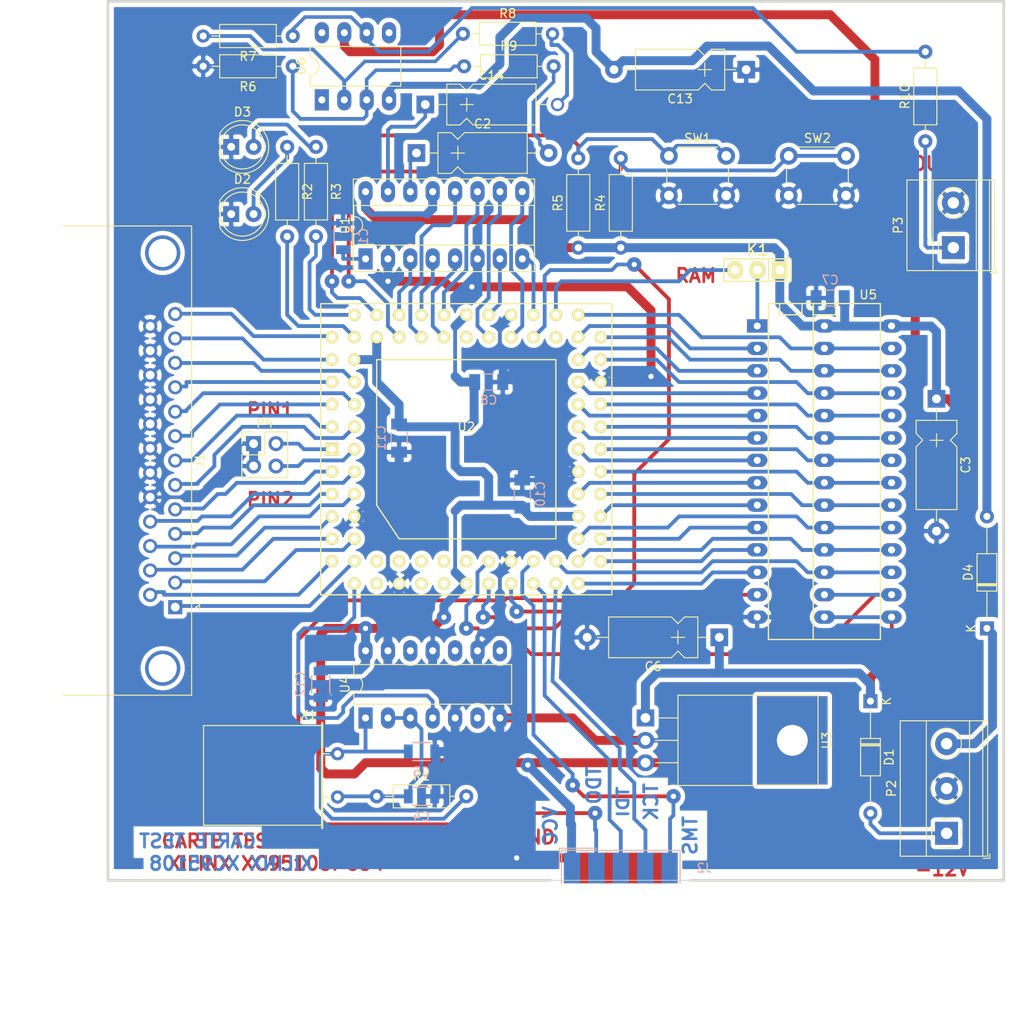
<source format=kicad_pcb>
(kicad_pcb (version 20171130) (host pcbnew "(5.0.0-rc2-151-g11ab8f6dc)")
  (title_block (title "CARTE TEST XILINX XC95108") (rev 0))
  (layers (0 F.Cu signal) (31 B.Cu signal) (34 B.Paste user) (35 F.Paste user) (36 B.SilkS user) (37 F.SilkS user) (38 B.Mask user) (39 F.Mask user) (44 Edge.Cuts user))
  (net 0 "")
  (net 1 +12V)
  (net 2 -12V)
  (net 3 /CSMEM)
  (net 4 /DAT0)
  (net 5 /DAT1)
  (net 6 /DAT2)
  (net 7 /DAT3)
  (net 8 /DAT4)
  (net 9 /DAT5)
  (net 10 /DAT6)
  (net 11 /DAT7)
  (net 12 /DCLK)
  (net 13 /LED1)
  (net 14 /LED2)
  (net 15 /MA0)
  (net 16 /MA1)
  (net 17 /MA2)
  (net 18 /MA3)
  (net 19 /MA4)
  (net 20 /MA5)
  (net 21 /MA6)
  (net 22 /MA7)
  (net 23 /MD0)
  (net 24 /MD1)
  (net 25 /MD10)
  (net 26 /MD11)
  (net 27 /MD12)
  (net 28 /MD13)
  (net 29 /MD14)
  (net 30 /MD2)
  (net 31 /MD3)
  (net 32 /MD4)
  (net 33 /MD5)
  (net 34 /MD6)
  (net 35 /MD7)
  (net 36 /MD8)
  (net 37 /MD9)
  (net 38 /OEMEM)
  (net 39 /PARBUS0)
  (net 40 /PARBUS1)
  (net 41 /PARBUS2)
  (net 42 /PARBUS3)
  (net 43 /PARBUS4)
  (net 44 /PARBUS5)
  (net 45 /PARBUS6)
  (net 46 /PARBUS7)
  (net 47 /PAR_AUX0/STROBE*)
  (net 48 /PAR_AUX1/ERROR*)
  (net 49 /PAR_AUX2/AUTOLF*)
  (net 50 /PAR_AUX3/SELECT*)
  (net 51 /PAR_AUX4/PE)
  (net 52 /PAR_AUX5/BUSY*)
  (net 53 /PAR_AUX6/ACK)
  (net 54 /PAR_AUX7/INIT)
  (net 55 /PAR_AUX8/SELECT)
  (net 56 /PIN_TEST0)
  (net 57 /PIN_TEST1)
  (net 58 /R/W-A14)
  (net 59 /SW0)
  (net 60 /SW1)
  (net 61 /TCK)
  (net 62 /TDI)
  (net 63 /TDO)
  (net 64 /TMS)
  (net 65 /XIN/CLK)
  (net 66 GND)
  (net 67 "Net-(C1-Pad1)")
  (net 68 "Net-(C14-Pad1)")
  (net 69 "Net-(C14-Pad2)")
  (net 70 "Net-(C2-Pad1)")
  (net 71 "Net-(C2-Pad2)")
  (net 72 "Net-(C4-Pad1)")
  (net 73 "Net-(C5-Pad1)")
  (net 74 "Net-(K1-Pad2)")
  (net 75 "Net-(P3-Pad1)")
  (net 76 "Net-(R10-Pad2)")
  (net 77 "Net-(R6-Pad1)")
  (net 78 "Net-(R7-Pad2)")
  (net 79 VCC)
  (net 80 "Net-(U2-Pad14)")
  (net 81 "Net-(U2-Pad15)")
  (net 82 "Net-(U2-Pad17)")
  (net 83 "Net-(U2-Pad18)")
  (net 84 "Net-(U2-Pad19)")
  (net 85 "Net-(U2-Pad20)")
  (net 86 "Net-(U2-Pad21)")
  (net 87 "Net-(U2-Pad23)")
  (net 88 "Net-(U2-Pad57)")
  (net 89 "Net-(U2-Pad65)")
  (net 90 "Net-(U4-Pad6)")
  (net 91 "Net-(U4-Pad8)")
  (net 92 "Net-(U4-Pad10)")
  (net 93 "Net-(U4-Pad12)")
  (net 94 "Net-(U6-Pad1)")
  (net 95 "Net-(U6-Pad5)")
  (net 96 "Net-(U6-Pad8)")
  (net 97 /+12BATT)
  (net 98 /-12BATT)
  (net 99 "Net-(D2-Pad2)")
  (net 100 "Net-(D3-Pad2)")
  (module Sockets_DIP:DIP-28__300__600_ELL (layer F.Cu) (at 168.275 73.025)
    (fp_text reference U5 (at 12.573 -3.556) (layer F.SilkS))
    (fp_text value RAM_32KO)
    (pad 28 thru_hole oval (at 7.6 -0.01 270) (size 1.5 2.3) (drill 0.8) (layers *.Cu *.Mask) (net 79 VCC))
    (pad 27 thru_hole oval (at 7.6 2.53 270) (size 1.5 2.3) (drill 0.8) (layers *.Cu *.Mask) (net 58 /R/W-A14))
    (pad 26 thru_hole oval (at 7.6 5.07 270) (size 1.5 2.3) (drill 0.8) (layers *.Cu *.Mask) (net 28 /MD13))
    (pad 25 thru_hole oval (at 7.6 7.61 270) (size 1.5 2.3) (drill 0.8) (layers *.Cu *.Mask) (net 36 /MD8))
    (pad 24 thru_hole oval (at 7.6 10.15 270) (size 1.5 2.3) (drill 0.8) (layers *.Cu *.Mask) (net 37 /MD9))
    (pad 23 thru_hole oval (at 7.6 12.69 270) (size 1.5 2.3) (drill 0.8) (layers *.Cu *.Mask) (net 26 /MD11))
    (pad 22 thru_hole oval (at 7.6 15.23 270) (size 1.5 2.3) (drill 0.8) (layers *.Cu *.Mask) (net 38 /OEMEM))
    (pad 21 thru_hole oval (at 7.6 17.77 270) (size 1.5 2.3) (drill 0.8) (layers *.Cu *.Mask) (net 25 /MD10))
    (pad 20 thru_hole oval (at 7.6 20.31 270) (size 1.5 2.3) (drill 0.8) (layers *.Cu *.Mask) (net 3 /CSMEM))
    (pad 19 thru_hole oval (at 7.6 22.85 270) (size 1.5 2.3) (drill 0.8) (layers *.Cu *.Mask) (net 22 /MA7))
    (pad 18 thru_hole oval (at 7.6 25.39 270) (size 1.5 2.3) (drill 0.8) (layers *.Cu *.Mask) (net 21 /MA6))
    (pad 17 thru_hole oval (at 7.6 27.93 270) (size 1.5 2.3) (drill 0.8) (layers *.Cu *.Mask) (net 20 /MA5))
    (pad 16 thru_hole oval (at 7.6 30.47 270) (size 1.5 2.3) (drill 0.8) (layers *.Cu *.Mask) (net 19 /MA4))
    (pad 15 thru_hole oval (at 7.6 33.01 270) (size 1.5 2.3) (drill 0.8) (layers *.Cu *.Mask) (net 18 /MA3))
    (pad 28 thru_hole oval (at 15.22 -0.01 270) (size 1.5 2.3) (drill 0.8) (layers *.Cu *.Mask) (net 79 VCC))
    (pad 27 thru_hole oval (at 15.22 2.53 270) (size 1.5 2.3) (drill 0.8) (layers *.Cu *.Mask) (net 58 /R/W-A14))
    (pad 26 thru_hole oval (at 15.22 5.07 270) (size 1.5 2.3) (drill 0.8) (layers *.Cu *.Mask) (net 28 /MD13))
    (pad 25 thru_hole oval (at 15.22 7.61 270) (size 1.5 2.3) (drill 0.8) (layers *.Cu *.Mask) (net 36 /MD8))
    (pad 24 thru_hole oval (at 15.22 10.15 270) (size 1.5 2.3) (drill 0.8) (layers *.Cu *.Mask) (net 37 /MD9))
    (pad 23 thru_hole oval (at 15.22 12.69 270) (size 1.5 2.3) (drill 0.8) (layers *.Cu *.Mask) (net 26 /MD11))
    (pad 22 thru_hole oval (at 15.22 15.23 270) (size 1.5 2.3) (drill 0.8) (layers *.Cu *.Mask) (net 38 /OEMEM))
    (pad 21 thru_hole oval (at 15.22 17.77 270) (size 1.5 2.3) (drill 0.8) (layers *.Cu *.Mask) (net 25 /MD10))
    (pad 20 thru_hole oval (at 15.22 20.31 270) (size 1.5 2.3) (drill 0.8) (layers *.Cu *.Mask) (net 3 /CSMEM))
    (pad 19 thru_hole oval (at 15.22 22.85 270) (size 1.5 2.3) (drill 0.8) (layers *.Cu *.Mask) (net 22 /MA7))
    (pad 18 thru_hole oval (at 15.22 25.39 270) (size 1.5 2.3) (drill 0.8) (layers *.Cu *.Mask) (net 21 /MA6))
    (pad 17 thru_hole oval (at 15.22 27.93 270) (size 1.5 2.3) (drill 0.8) (layers *.Cu *.Mask) (net 20 /MA5))
    (pad 16 thru_hole oval (at 15.22 30.47 270) (size 1.5 2.3) (drill 0.8) (layers *.Cu *.Mask) (net 19 /MA4))
    (pad 15 thru_hole oval (at 15.22 33.01 270) (size 1.5 2.3) (drill 0.8) (layers *.Cu *.Mask) (net 18 /MA3))
    (pad 14 thru_hole oval (at -0.02 33.01 270) (size 1.5 2.3) (drill 0.8) (layers *.Cu *.Mask) (net 66 GND))
    (pad 13 thru_hole oval (at -0.02 30.47 270) (size 1.5 2.3) (drill 0.8) (layers *.Cu *.Mask) (net 17 /MA2))
    (pad 12 thru_hole oval (at -0.02 27.93 270) (size 1.5 2.3) (drill 0.8) (layers *.Cu *.Mask) (net 16 /MA1))
    (pad 11 thru_hole oval (at -0.02 25.39 270) (size 1.5 2.3) (drill 0.8) (layers *.Cu *.Mask) (net 15 /MA0))
    (pad 10 thru_hole oval (at -0.02 22.85 270) (size 1.5 2.3) (drill 0.8) (layers *.Cu *.Mask) (net 23 /MD0))
    (pad 9 thru_hole oval (at -0.02 20.31 270) (size 1.5 2.3) (drill 0.8) (layers *.Cu *.Mask) (net 24 /MD1))
    (pad 8 thru_hole oval (at -0.02 17.77 270) (size 1.5 2.3) (drill 0.8) (layers *.Cu *.Mask) (net 30 /MD2))
    (pad 7 thru_hole oval (at -0.02 15.23 270) (size 1.5 2.3) (drill 0.8) (layers *.Cu *.Mask) (net 31 /MD3))
    (pad 6 thru_hole oval (at -0.02 12.69 270) (size 1.5 2.3) (drill 0.8) (layers *.Cu *.Mask) (net 32 /MD4))
    (pad 5 thru_hole oval (at -0.02 10.15 270) (size 1.5 2.3) (drill 0.8) (layers *.Cu *.Mask) (net 33 /MD5))
    (pad 4 thru_hole oval (at -0.02 7.61 270) (size 1.5 2.3) (drill 0.8) (layers *.Cu *.Mask) (net 34 /MD6))
    (pad 3 thru_hole oval (at -0.02 5.07 270) (size 1.5 2.3) (drill 0.8) (layers *.Cu *.Mask) (net 35 /MD7))
    (pad 2 thru_hole oval (at -0.02 2.53 270) (size 1.5 2.3) (drill 0.8) (layers *.Cu *.Mask) (net 27 /MD12))
    (pad 1 thru_hole rect (at -0.02 -0.01 270) (size 1.5 2.3) (drill 0.8) (layers *.Cu *.Mask) (net 74 "Net-(K1-Pad2)"))
  )
  (module Button_Switch_THT:SW_PUSH_6mm_h4.3mm (layer F.Cu) (at 158.242 53.721)
    (fp_text reference SW1 (at 3.25 -2) (layer F.SilkS))
    (fp_text value SW_PUSH)
    (pad 1 thru_hole circle (at 6.5 0 90) (size 2 2) (drill 1.1) (layers *.Cu *.Mask) (net 59 /SW0))
    (pad 2 thru_hole circle (at 6.5 4.5 90) (size 2 2) (drill 1.1) (layers *.Cu *.Mask) (net 66 GND))
    (pad 1 thru_hole circle (at 0 0 90) (size 2 2) (drill 1.1) (layers *.Cu *.Mask) (net 59 /SW0))
    (pad 2 thru_hole circle (at 0 4.5 90) (size 2 2) (drill 1.1) (layers *.Cu *.Mask) (net 66 GND))
  )
  (module Button_Switch_THT:SW_PUSH_6mm_h4.3mm (layer F.Cu) (at 171.831 53.721)
    (fp_text reference SW2 (at 3.25 -2) (layer F.SilkS))
    (fp_text value SW_PUSH)
    (pad 1 thru_hole circle (at 6.5 0 90) (size 2 2) (drill 1.1) (layers *.Cu *.Mask) (net 60 /SW1))
    (pad 2 thru_hole circle (at 6.5 4.5 90) (size 2 2) (drill 1.1) (layers *.Cu *.Mask) (net 66 GND))
    (pad 1 thru_hole circle (at 0 0 90) (size 2 2) (drill 1.1) (layers *.Cu *.Mask) (net 60 /SW1))
    (pad 2 thru_hole circle (at 0 4.5 90) (size 2 2) (drill 1.1) (layers *.Cu *.Mask) (net 66 GND))
  )
  (module Package_DIP:DIP-14_W7.62mm_LongPads (layer F.Cu) (at 123.825 117.475 90)
    (fp_text reference U4 (at 3.81 -2.33 90) (layer F.SilkS))
    (fp_text value 74HC04)
    (pad 14 thru_hole oval (at 7.62 0 90) (size 2.4 1.6) (drill 0.8) (layers *.Cu *.Mask) (net 79 VCC))
    (pad 7 thru_hole oval (at 0 15.24 90) (size 2.4 1.6) (drill 0.8) (layers *.Cu *.Mask) (net 66 GND))
    (pad 13 thru_hole oval (at 7.62 2.54 90) (size 2.4 1.6) (drill 0.8) (layers *.Cu *.Mask) (net 66 GND))
    (pad 6 thru_hole oval (at 0 12.7 90) (size 2.4 1.6) (drill 0.8) (layers *.Cu *.Mask) (net 90 "Net-(U4-Pad6)"))
    (pad 12 thru_hole oval (at 7.62 5.08 90) (size 2.4 1.6) (drill 0.8) (layers *.Cu *.Mask) (net 93 "Net-(U4-Pad12)"))
    (pad 5 thru_hole oval (at 0 10.16 90) (size 2.4 1.6) (drill 0.8) (layers *.Cu *.Mask) (net 66 GND))
    (pad 11 thru_hole oval (at 7.62 7.62 90) (size 2.4 1.6) (drill 0.8) (layers *.Cu *.Mask) (net 66 GND))
    (pad 4 thru_hole oval (at 0 7.62 90) (size 2.4 1.6) (drill 0.8) (layers *.Cu *.Mask) (net 65 /XIN/CLK))
    (pad 10 thru_hole oval (at 7.62 10.16 90) (size 2.4 1.6) (drill 0.8) (layers *.Cu *.Mask) (net 92 "Net-(U4-Pad10)"))
    (pad 3 thru_hole oval (at 0 5.08 90) (size 2.4 1.6) (drill 0.8) (layers *.Cu *.Mask) (net 72 "Net-(C4-Pad1)"))
    (pad 9 thru_hole oval (at 7.62 12.7 90) (size 2.4 1.6) (drill 0.8) (layers *.Cu *.Mask) (net 66 GND))
    (pad 2 thru_hole oval (at 0 2.54 90) (size 2.4 1.6) (drill 0.8) (layers *.Cu *.Mask) (net 72 "Net-(C4-Pad1)"))
    (pad 8 thru_hole oval (at 7.62 15.24 90) (size 2.4 1.6) (drill 0.8) (layers *.Cu *.Mask) (net 91 "Net-(U4-Pad8)"))
    (pad 1 thru_hole rect (at 0 0 90) (size 2.4 1.6) (drill 0.8) (layers *.Cu *.Mask) (net 73 "Net-(C5-Pad1)"))
  )
  (module Connector_PinHeader_2.54mm:PinHeader_2x02_P2.54mm_Vertical (layer F.Cu) (at 111.125 86.36)
    (fp_text reference P4 (at 1.27 -2.33) (layer F.SilkS))
    (fp_text value CONN_2X2)
    (pad 4 thru_hole oval (at 2.54 2.54) (size 1.7 1.7) (drill 1) (layers *.Cu *.Mask) (net 57 /PIN_TEST1))
    (pad 3 thru_hole oval (at 0 2.54) (size 1.7 1.7) (drill 1) (layers *.Cu *.Mask) (net 66 GND))
    (pad 2 thru_hole oval (at 2.54 0) (size 1.7 1.7) (drill 1) (layers *.Cu *.Mask) (net 56 /PIN_TEST0))
    (pad 1 thru_hole rect (at 0 0) (size 1.7 1.7) (drill 1) (layers *.Cu *.Mask) (net 66 GND))
  )
  (module Diode_THT:D_DO-35_SOD27_P12.70mm_Horizontal (layer F.Cu) (at 181.102 115.57 270)
    (fp_text reference D1 (at 6.35 -2.12 270) (layer F.SilkS))
    (fp_text value 1N4004)
    (fp_text user K (at 0 -1.8 270) (layer F.SilkS))
    (pad 2 thru_hole oval (at 12.7 0 270) (size 1.6 1.6) (drill 0.8) (layers *.Cu *.Mask) (net 97 /+12BATT))
    (pad 1 thru_hole rect (at 0 0 270) (size 1.6 1.6) (drill 0.8) (layers *.Cu *.Mask) (net 1 +12V))
  )
  (module Diode_THT:D_DO-35_SOD27_P12.70mm_Horizontal (layer F.Cu) (at 194.31 107.315 90)
    (fp_text reference D4 (at 6.35 -2.12 90) (layer F.SilkS))
    (fp_text value 1N4004)
    (fp_text user K (at 0 -1.8 90) (layer F.SilkS))
    (pad 2 thru_hole oval (at 12.7 0 90) (size 1.6 1.6) (drill 0.8) (layers *.Cu *.Mask) (net 2 -12V))
    (pad 1 thru_hole rect (at 0 0 90) (size 1.6 1.6) (drill 0.8) (layers *.Cu *.Mask) (net 98 /-12BATT))
  )
  (module Package_TO_SOT_THT:TO-220-3_Horizontal_TabDown (layer F.Cu) (at 155.575 117.475 270)
    (fp_text reference U3 (at 2.54 -20.58 270) (layer F.SilkS))
    (fp_text value LM7805)
    (pad 3 thru_hole oval (at 5.08 0 270) (size 1.905 2) (drill 1.1) (layers *.Cu *.Mask) (net 79 VCC))
    (pad 2 thru_hole oval (at 2.54 0 270) (size 1.905 2) (drill 1.1) (layers *.Cu *.Mask) (net 66 GND))
    (pad 1 thru_hole rect (at 0 0 270) (size 1.905 2) (drill 1.1) (layers *.Cu *.Mask) (net 1 +12V))
    (pad "" np_thru_hole rect (at 2.54 -16.66 270) (size 10 8) (drill 3.5) (layers *.Cu *.Mask))
  )
  (module Capacitor_THT:CP_Axial_L10.0mm_D4.5mm_P15.00mm_Horizontal (layer F.Cu) (at 129.6 53.4)
    (fp_text reference C2 (at 7.5 -3.31) (layer F.SilkS))
    (fp_text value 10uF)
    (pad 1 thru_hole rect (at 0 0) (size 2 2) (drill 1) (layers *.Cu *.Mask) (net 70 "Net-(C2-Pad1)"))
    (pad 2 thru_hole oval (at 15 0) (size 2 2) (drill 1) (layers *.Cu *.Mask) (net 71 "Net-(C2-Pad2)"))
  )
  (module Capacitor_THT:CP_Axial_L10.0mm_D4.5mm_P15.00mm_Horizontal (layer F.Cu) (at 188.595 81.28 270)
    (fp_text reference C3 (at 7.5 -3.31 270) (layer F.SilkS))
    (fp_text value 10uF)
    (pad 2 thru_hole oval (at 15 0 270) (size 2 2) (drill 1) (layers *.Cu *.Mask) (net 66 GND))
    (pad 1 thru_hole rect (at 0 0 270) (size 2 2) (drill 1) (layers *.Cu *.Mask) (net 79 VCC))
  )
  (module Capacitor_THT:CP_Axial_L10.0mm_D4.5mm_P15.00mm_Horizontal (layer F.Cu) (at 163.957 108.331 180)
    (fp_text reference C6 (at 7.5 -3.31 180) (layer F.SilkS))
    (fp_text value 47uF)
    (pad 1 thru_hole rect (at 0 0 180) (size 2 2) (drill 1) (layers *.Cu *.Mask) (net 1 +12V))
    (pad 2 thru_hole oval (at 15 0 180) (size 2 2) (drill 1) (layers *.Cu *.Mask) (net 66 GND))
  )
  (module Capacitor_THT:CP_Axial_L10.0mm_D4.5mm_P15.00mm_Horizontal (layer F.Cu) (at 167.005 43.942 180)
    (fp_text reference C13 (at 7.5 -3.31 180) (layer F.SilkS))
    (fp_text value 10uF)
    (pad 2 thru_hole oval (at 15 0 180) (size 2 2) (drill 1) (layers *.Cu *.Mask) (net 2 -12V))
    (pad 1 thru_hole rect (at 0 0 180) (size 2 2) (drill 1) (layers *.Cu *.Mask) (net 66 GND))
  )
  (module Capacitor_THT:CP_Axial_L10.0mm_D4.5mm_P15.00mm_Horizontal (layer F.Cu) (at 130.6 47.9)
    (fp_text reference C14 (at 7.5 -3.31) (layer F.SilkS))
    (fp_text value 10uF)
    (pad 1 thru_hole rect (at 0 0) (size 2 2) (drill 1) (layers *.Cu *.Mask) (net 68 "Net-(C14-Pad1)"))
    (pad 2 thru_hole circle (at 15 0) (size 1.5 1.5) (drill 1) (layers *.Cu *.Mask) (net 69 "Net-(C14-Pad2)"))
  )
  (module TerminalBlock_Phoenix:TerminalBlock_Phoenix_MKDS-1,5-2-5.08_1x02_P5.08mm_Horizontal (layer F.Cu) (at 190.5 64.135 90)
    (fp_text reference P3 (at 2.54 -6.26 90) (layer F.SilkS))
    (fp_text value CONN_2)
    (pad 1 thru_hole rect (at 0 0 90) (size 2.6 2.6) (drill 1.3) (layers *.Cu *.Mask) (net 75 "Net-(P3-Pad1)"))
    (pad 2 thru_hole circle (at 5.08 0 90) (size 2.6 2.6) (drill 1.3) (layers *.Cu *.Mask) (net 66 GND))
  )
  (module TerminalBlock_Phoenix:TerminalBlock_Phoenix_MKDS-1,5-3-5.08_1x03_P5.08mm_Horizontal (layer F.Cu) (at 189.738 130.556 90)
    (fp_text reference P2 (at 5.08 -6.26 90) (layer F.SilkS))
    (fp_text value CONN_3)
    (pad 1 thru_hole rect (at 0 0 90) (size 2.6 2.6) (drill 1.3) (layers *.Cu *.Mask) (net 97 /+12BATT))
    (pad 2 thru_hole circle (at 5.08 0 90) (size 2.6 2.6) (drill 1.3) (layers *.Cu *.Mask) (net 66 GND))
    (pad 3 thru_hole circle (at 10.16 0 90) (size 2.6 2.6) (drill 1.3) (layers *.Cu *.Mask) (net 98 /-12BATT))
  )
  (module Connector_Dsub:DSUB-9_Female_EdgeMount_P2.77mm (layer B.Cu) (at 152.781 134.493 180)
    (fp_text reference J2 (at -9.463333 0 180) (layer B.SilkS) (effects (justify mirror)))
    (fp_text value DB9FEM)
    (pad 1 smd rect (at 5.54 0 180) (size 1.846667 3.48) (layers B.Cu B.Paste B.Mask) (net 79 VCC))
    (pad 2 smd rect (at 2.77 0 180) (size 1.846667 3.48) (layers B.Cu B.Paste B.Mask) (net 63 /TDO))
    (pad 3 smd rect (at 0 0 180) (size 1.846667 3.48) (layers B.Cu B.Paste B.Mask) (net 62 /TDI))
    (pad 4 smd rect (at -2.77 0 180) (size 1.846667 3.48) (layers B.Cu B.Paste B.Mask) (net 61 /TCK))
    (pad 5 smd rect (at -5.54 0 180) (size 1.846667 3.48) (layers B.Cu B.Paste B.Mask) (net 64 /TMS))
    (pad 6 smd rect (at 4.155 0 180) (size 1.846667 3.48) (layers F.Cu F.Paste F.Mask) (net 66 GND))
    (pad 7 smd rect (at 1.385 0 180) (size 1.846667 3.48) (layers F.Cu F.Paste F.Mask) (net 66 GND))
    (pad 8 smd rect (at -1.385 0 180) (size 1.846667 3.48) (layers F.Cu F.Paste F.Mask) (net 66 GND))
    (pad 9 smd rect (at -4.155 0 180) (size 1.846667 3.48) (layers F.Cu F.Paste F.Mask) (net 66 GND))
  )
  (module Connector_Dsub:DSUB-25_Female_Horizontal_P2.77x2.84mm_EdgePinOffset9.90mm_Housed_MountingHolesOffset11.32mm (layer F.Cu) (at 102.235 104.902 270)
    (fp_text reference J1 (at -16.62 -2.8 270) (layer F.SilkS))
    (fp_text value DB25)
    (pad 1 thru_hole rect (at 0 0 270) (size 1.6 1.6) (drill 1) (layers *.Cu *.Mask) (net 47 /PAR_AUX0/STROBE*))
    (pad 2 thru_hole circle (at -2.77 0 270) (size 1.6 1.6) (drill 1) (layers *.Cu *.Mask) (net 39 /PARBUS0))
    (pad 3 thru_hole circle (at -5.54 0 270) (size 1.6 1.6) (drill 1) (layers *.Cu *.Mask) (net 40 /PARBUS1))
    (pad 4 thru_hole circle (at -8.31 0 270) (size 1.6 1.6) (drill 1) (layers *.Cu *.Mask) (net 41 /PARBUS2))
    (pad 5 thru_hole circle (at -11.08 0 270) (size 1.6 1.6) (drill 1) (layers *.Cu *.Mask) (net 42 /PARBUS3))
    (pad 6 thru_hole circle (at -13.85 0 270) (size 1.6 1.6) (drill 1) (layers *.Cu *.Mask) (net 43 /PARBUS4))
    (pad 7 thru_hole circle (at -16.62 0 270) (size 1.6 1.6) (drill 1) (layers *.Cu *.Mask) (net 44 /PARBUS5))
    (pad 8 thru_hole circle (at -19.39 0 270) (size 1.6 1.6) (drill 1) (layers *.Cu *.Mask) (net 45 /PARBUS6))
    (pad 9 thru_hole circle (at -22.16 0 270) (size 1.6 1.6) (drill 1) (layers *.Cu *.Mask) (net 46 /PARBUS7))
    (pad 10 thru_hole circle (at -24.93 0 270) (size 1.6 1.6) (drill 1) (layers *.Cu *.Mask) (net 53 /PAR_AUX6/ACK))
    (pad 11 thru_hole circle (at -27.7 0 270) (size 1.6 1.6) (drill 1) (layers *.Cu *.Mask) (net 52 /PAR_AUX5/BUSY*))
    (pad 12 thru_hole circle (at -30.47 0 270) (size 1.6 1.6) (drill 1) (layers *.Cu *.Mask) (net 51 /PAR_AUX4/PE))
    (pad 13 thru_hole circle (at -33.24 0 270) (size 1.6 1.6) (drill 1) (layers *.Cu *.Mask) (net 50 /PAR_AUX3/SELECT*))
    (pad 14 thru_hole circle (at -1.385 2.84 270) (size 1.6 1.6) (drill 1) (layers *.Cu *.Mask) (net 49 /PAR_AUX2/AUTOLF*))
    (pad 15 thru_hole circle (at -4.155 2.84 270) (size 1.6 1.6) (drill 1) (layers *.Cu *.Mask) (net 48 /PAR_AUX1/ERROR*))
    (pad 16 thru_hole circle (at -6.925 2.84 270) (size 1.6 1.6) (drill 1) (layers *.Cu *.Mask) (net 54 /PAR_AUX7/INIT))
    (pad 17 thru_hole circle (at -9.695 2.84 270) (size 1.6 1.6) (drill 1) (layers *.Cu *.Mask) (net 55 /PAR_AUX8/SELECT))
    (pad 18 thru_hole circle (at -12.465 2.84 270) (size 1.6 1.6) (drill 1) (layers *.Cu *.Mask) (net 66 GND))
    (pad 19 thru_hole circle (at -15.235 2.84 270) (size 1.6 1.6) (drill 1) (layers *.Cu *.Mask) (net 66 GND))
    (pad 20 thru_hole circle (at -18.005 2.84 270) (size 1.6 1.6) (drill 1) (layers *.Cu *.Mask) (net 66 GND))
    (pad 21 thru_hole circle (at -20.775 2.84 270) (size 1.6 1.6) (drill 1) (layers *.Cu *.Mask) (net 66 GND))
    (pad 22 thru_hole circle (at -23.545 2.84 270) (size 1.6 1.6) (drill 1) (layers *.Cu *.Mask) (net 66 GND))
    (pad 23 thru_hole circle (at -26.315 2.84 270) (size 1.6 1.6) (drill 1) (layers *.Cu *.Mask) (net 66 GND))
    (pad 24 thru_hole circle (at -29.085 2.84 270) (size 1.6 1.6) (drill 1) (layers *.Cu *.Mask) (net 66 GND))
    (pad 25 thru_hole circle (at -31.855 2.84 270) (size 1.6 1.6) (drill 1) (layers *.Cu *.Mask) (net 66 GND))
    (pad 0 thru_hole circle (at -40.17 1.42 270) (size 4 4) (drill 3.2) (layers *.Cu *.Mask))
    (pad 0 thru_hole circle (at 6.93 1.42 270) (size 4 4) (drill 3.2) (layers *.Cu *.Mask))
  )
  (module Package_DIP:DIP-8_W7.62mm_LongPads (layer F.Cu) (at 118.872 47.371 90)
    (fp_text reference U6 (at 3.81 -2.33 90) (layer F.SilkS))
    (fp_text value LM318N)
    (pad 1 thru_hole rect (at 0 0 90) (size 2.4 1.6) (drill 0.8) (layers *.Cu *.Mask) (net 94 "Net-(U6-Pad1)"))
    (pad 5 thru_hole oval (at 7.62 7.62 90) (size 2.4 1.6) (drill 0.8) (layers *.Cu *.Mask) (net 95 "Net-(U6-Pad5)"))
    (pad 2 thru_hole oval (at 0 2.54 90) (size 2.4 1.6) (drill 0.8) (layers *.Cu *.Mask) (net 78 "Net-(R7-Pad2)"))
    (pad 6 thru_hole oval (at 7.62 5.08 90) (size 2.4 1.6) (drill 0.8) (layers *.Cu *.Mask) (net 76 "Net-(R10-Pad2)"))
    (pad 3 thru_hole oval (at 0 5.08 90) (size 2.4 1.6) (drill 0.8) (layers *.Cu *.Mask) (net 77 "Net-(R6-Pad1)"))
    (pad 7 thru_hole oval (at 7.62 2.54 90) (size 2.4 1.6) (drill 0.8) (layers *.Cu *.Mask) (net 1 +12V))
    (pad 4 thru_hole oval (at 0 7.62 90) (size 2.4 1.6) (drill 0.8) (layers *.Cu *.Mask) (net 2 -12V))
    (pad 8 thru_hole oval (at 7.62 0 90) (size 2.4 1.6) (drill 0.8) (layers *.Cu *.Mask) (net 96 "Net-(U6-Pad8)"))
  )
  (module Capacitor_SMD:C_1206_3216Metric_Pad1.24x1.80mm_HandSolder (layer B.Cu) (at 176.53 69.85 180)
    (fp_text reference C7 (at 0 2.05 180) (layer B.SilkS) (effects (justify mirror)))
    (fp_text value 100nF)
    (pad 2 smd rect (at 1.5925 0 180) (size 1.245 1.8) (layers B.Cu B.Paste B.Mask) (net 66 GND))
    (pad 1 smd rect (at -1.5925 0 180) (size 1.245 1.8) (layers B.Cu B.Paste B.Mask) (net 79 VCC))
  )
  (module Capacitor_SMD:C_1206_3216Metric_Pad1.24x1.80mm_HandSolder (layer B.Cu) (at 137.795 79.375)
    (fp_text reference C8 (at 0 2.05) (layer B.SilkS) (effects (justify mirror)))
    (fp_text value 100nF)
    (pad 1 smd rect (at -1.5925 0) (size 1.245 1.8) (layers B.Cu B.Paste B.Mask) (net 79 VCC))
    (pad 2 smd rect (at 1.5925 0) (size 1.245 1.8) (layers B.Cu B.Paste B.Mask) (net 66 GND))
  )
  (module Capacitor_SMD:C_1206_3216Metric_Pad1.24x1.80mm_HandSolder (layer B.Cu) (at 141.605 92.075 90)
    (fp_text reference C10 (at 0 2.05 90) (layer B.SilkS) (effects (justify mirror)))
    (fp_text value 100nF)
    (pad 2 smd rect (at 1.5925 0 90) (size 1.245 1.8) (layers B.Cu B.Paste B.Mask) (net 66 GND))
    (pad 1 smd rect (at -1.5925 0 90) (size 1.245 1.8) (layers B.Cu B.Paste B.Mask) (net 79 VCC))
  )
  (module Capacitor_SMD:C_1206_3216Metric_Pad1.24x1.80mm_HandSolder (layer B.Cu) (at 127.635 85.725 270)
    (fp_text reference C11 (at 0 2.05 270) (layer B.SilkS) (effects (justify mirror)))
    (fp_text value 100nF)
    (pad 1 smd rect (at -1.5925 0 270) (size 1.245 1.8) (layers B.Cu B.Paste B.Mask) (net 79 VCC))
    (pad 2 smd rect (at 1.5925 0 270) (size 1.245 1.8) (layers B.Cu B.Paste B.Mask) (net 66 GND))
  )
  (module LED_THT:LED_D5.0mm (layer F.Cu) (at 108.585 60.325)
    (fp_text reference D2 (at 1.27 -3.96) (layer F.SilkS))
    (fp_text value LED)
    (pad 2 thru_hole circle (at 2.54 0) (size 1.8 1.8) (drill 0.9) (layers *.Cu *.Mask) (net 99 "Net-(D2-Pad2)"))
    (pad 1 thru_hole rect (at 0 0) (size 1.8 1.8) (drill 0.9) (layers *.Cu *.Mask) (net 66 GND))
  )
  (module LED_THT:LED_D5.0mm (layer F.Cu) (at 108.585 52.705)
    (fp_text reference D3 (at 1.27 -3.96) (layer F.SilkS))
    (fp_text value LED)
    (pad 1 thru_hole rect (at 0 0) (size 1.8 1.8) (drill 0.9) (layers *.Cu *.Mask) (net 66 GND))
    (pad 2 thru_hole circle (at 2.54 0) (size 1.8 1.8) (drill 0.9) (layers *.Cu *.Mask) (net 100 "Net-(D3-Pad2)"))
  )
  (module Crystal:Crystal_HC18-U_Horizontal (layer F.Cu) (at 120.65 121.539 270)
    (fp_text reference X1 (at -4.375 3.3125) (layer F.SilkS))
    (fp_text value 10MHz)
    (pad 1 thru_hole circle (at 0 0 270) (size 1.5 1.5) (drill 0.8) (layers *.Cu *.Mask) (net 73 "Net-(C5-Pad1)"))
    (pad 2 thru_hole circle (at 4.9 0 270) (size 1.5 1.5) (drill 0.8) (layers *.Cu *.Mask) (net 72 "Net-(C4-Pad1)"))
  )
  (module Package_DIP:DIP-16_W7.62mm_Socket_LongPads (layer F.Cu) (at 123.825 65.405 90)
    (fp_text reference U1 (at 3.81 -2.33 90) (layer F.SilkS))
    (fp_text value TDA8702)
    (pad 1 thru_hole rect (at 0 0 90) (size 2.4 1.6) (drill 0.8) (layers *.Cu *.Mask) (net 67 "Net-(C1-Pad1)"))
    (pad 9 thru_hole oval (at 7.62 17.78 90) (size 2.4 1.6) (drill 0.8) (layers *.Cu *.Mask) (net 9 /DAT5))
    (pad 2 thru_hole oval (at 0 2.54 90) (size 2.4 1.6) (drill 0.8) (layers *.Cu *.Mask) (net 66 GND))
    (pad 10 thru_hole oval (at 7.62 15.24 90) (size 2.4 1.6) (drill 0.8) (layers *.Cu *.Mask) (net 8 /DAT4))
    (pad 3 thru_hole oval (at 0 5.08 90) (size 2.4 1.6) (drill 0.8) (layers *.Cu *.Mask) (net 6 /DAT2))
    (pad 11 thru_hole oval (at 7.62 12.7 90) (size 2.4 1.6) (drill 0.8) (layers *.Cu *.Mask) (net 5 /DAT1))
    (pad 4 thru_hole oval (at 0 7.62 90) (size 2.4 1.6) (drill 0.8) (layers *.Cu *.Mask) (net 7 /DAT3))
    (pad 12 thru_hole oval (at 7.62 10.16 90) (size 2.4 1.6) (drill 0.8) (layers *.Cu *.Mask) (net 4 /DAT0))
    (pad 5 thru_hole oval (at 0 10.16 90) (size 2.4 1.6) (drill 0.8) (layers *.Cu *.Mask) (net 12 /DCLK))
    (pad 13 thru_hole oval (at 7.62 7.62 90) (size 2.4 1.6) (drill 0.8) (layers *.Cu *.Mask) (net 79 VCC))
    (pad 6 thru_hole oval (at 0 12.7 90) (size 2.4 1.6) (drill 0.8) (layers *.Cu *.Mask) (net 66 GND))
    (pad 14 thru_hole oval (at 7.62 5.08 90) (size 2.4 1.6) (drill 0.8) (layers *.Cu *.Mask) (net 70 "Net-(C2-Pad1)"))
    (pad 7 thru_hole oval (at 0 15.24 90) (size 2.4 1.6) (drill 0.8) (layers *.Cu *.Mask) (net 11 /DAT7))
    (pad 15 thru_hole oval (at 7.62 2.54 90) (size 2.4 1.6) (drill 0.8) (layers *.Cu *.Mask) (net 68 "Net-(C14-Pad1)"))
    (pad 8 thru_hole oval (at 0 17.78 90) (size 2.4 1.6) (drill 0.8) (layers *.Cu *.Mask) (net 10 /DAT6))
    (pad 16 thru_hole oval (at 7.62 0 90) (size 2.4 1.6) (drill 0.8) (layers *.Cu *.Mask) (net 79 VCC))
  )
  (module Resistor_THT:R_Axial_DIN0207_L6.3mm_D2.5mm_P10.16mm_Horizontal (layer F.Cu) (at 118.2 52.7 270)
    (fp_text reference R3 (at 5.08 -2.31 270) (layer F.SilkS))
    (fp_text value 330)
    (pad 2 thru_hole oval (at 10.16 0 270) (size 1.6 1.6) (drill 0.8) (layers *.Cu *.Mask) (net 14 /LED2))
    (pad 1 thru_hole circle (at 0 0 270) (size 1.6 1.6) (drill 0.8) (layers *.Cu *.Mask) (net 100 "Net-(D3-Pad2)"))
  )
  (module Resistor_THT:R_Axial_DIN0207_L6.3mm_D2.5mm_P10.16mm_Horizontal (layer F.Cu) (at 115.57 40.132 180)
    (fp_text reference R7 (at 5.08 -2.31 180) (layer F.SilkS))
    (fp_text value 1,1K)
    (pad 1 thru_hole circle (at 0 0 180) (size 1.6 1.6) (drill 0.8) (layers *.Cu *.Mask) (net 76 "Net-(R10-Pad2)"))
    (pad 2 thru_hole circle (at 10.16 0 180) (size 1.5 1.5) (drill 0.8) (layers *.Cu *.Mask) (net 78 "Net-(R7-Pad2)"))
  )
  (module Resistor_THT:R_Axial_DIN0207_L6.3mm_D2.5mm_P10.16mm_Horizontal (layer F.Cu) (at 115.57 43.561 180)
    (fp_text reference R6 (at 5.08 -2.31 180) (layer F.SilkS))
    (fp_text value 1,1k)
    (pad 2 thru_hole oval (at 10.16 0 180) (size 1.6 1.6) (drill 0.8) (layers *.Cu *.Mask) (net 66 GND))
    (pad 1 thru_hole circle (at 0 0 180) (size 1.6 1.6) (drill 0.8) (layers *.Cu *.Mask) (net 77 "Net-(R6-Pad1)"))
  )
  (module Resistor_THT:R_Axial_DIN0207_L6.3mm_D2.5mm_P10.16mm_Horizontal (layer F.Cu) (at 147.955 64.135 90)
    (fp_text reference R5 (at 5.08 -2.31 90) (layer F.SilkS))
    (fp_text value 4,7K)
    (pad 1 thru_hole circle (at 0 0 90) (size 1.6 1.6) (drill 0.8) (layers *.Cu *.Mask) (net 79 VCC))
    (pad 2 thru_hole oval (at 10.16 0 90) (size 1.6 1.6) (drill 0.8) (layers *.Cu *.Mask) (net 59 /SW0))
  )
  (module Resistor_THT:R_Axial_DIN0207_L6.3mm_D2.5mm_P10.16mm_Horizontal (layer F.Cu) (at 152.781 64.135 90)
    (fp_text reference R4 (at 5.08 -2.31 90) (layer F.SilkS))
    (fp_text value 4,7K)
    (pad 2 thru_hole oval (at 10.16 0 90) (size 1.6 1.6) (drill 0.8) (layers *.Cu *.Mask) (net 60 /SW1))
    (pad 1 thru_hole circle (at 0 0 90) (size 1.6 1.6) (drill 0.8) (layers *.Cu *.Mask) (net 79 VCC))
  )
  (module Resistor_THT:R_Axial_DIN0207_L6.3mm_D2.5mm_P10.16mm_Horizontal (layer F.Cu) (at 125.095 126.365)
    (fp_text reference R1 (at 5.08 -2.31) (layer F.SilkS))
    (fp_text value 100K)
    (pad 1 thru_hole circle (at 0 0) (size 1.6 1.6) (drill 0.8) (layers *.Cu *.Mask) (net 72 "Net-(C4-Pad1)"))
    (pad 2 thru_hole oval (at 10.16 0) (size 1.6 1.6) (drill 0.8) (layers *.Cu *.Mask) (net 73 "Net-(C5-Pad1)"))
  )
  (module Resistor_THT:R_Axial_DIN0207_L6.3mm_D2.5mm_P10.16mm_Horizontal (layer F.Cu) (at 135.001 43.561)
    (fp_text reference R9 (at 5.08 -2.31) (layer F.SilkS))
    (fp_text value 2,2K)
    (pad 2 thru_hole oval (at 10.16 0) (size 1.6 1.6) (drill 0.8) (layers *.Cu *.Mask) (net 71 "Net-(C2-Pad2)"))
    (pad 1 thru_hole circle (at 0 0) (size 1.6 1.6) (drill 0.8) (layers *.Cu *.Mask) (net 77 "Net-(R6-Pad1)"))
  )
  (module Resistor_THT:R_Axial_DIN0207_L6.3mm_D2.5mm_P10.16mm_Horizontal (layer F.Cu) (at 187.325 52.07 90)
    (fp_text reference R10 (at 5.08 -2.31 90) (layer F.SilkS))
    (fp_text value 75)
    (pad 1 thru_hole circle (at 0 0 90) (size 1.6 1.6) (drill 0.8) (layers *.Cu *.Mask) (net 75 "Net-(P3-Pad1)"))
    (pad 2 thru_hole oval (at 10.16 0 90) (size 1.6 1.6) (drill 0.8) (layers *.Cu *.Mask) (net 76 "Net-(R10-Pad2)"))
  )
  (module Resistor_THT:R_Axial_DIN0207_L6.3mm_D2.5mm_P10.16mm_Horizontal (layer F.Cu) (at 134.874 39.878)
    (fp_text reference R8 (at 5.08 -2.31) (layer F.SilkS))
    (fp_text value 2,2K)
    (pad 2 thru_hole circle (at 10.16 0) (size 1.5 1.5) (drill 0.8) (layers *.Cu *.Mask) (net 69 "Net-(C14-Pad2)"))
    (pad 1 thru_hole circle (at 0 0) (size 1.6 1.6) (drill 0.8) (layers *.Cu *.Mask) (net 78 "Net-(R7-Pad2)"))
  )
  (module Resistor_THT:R_Axial_DIN0207_L6.3mm_D2.5mm_P10.16mm_Horizontal (layer F.Cu) (at 114.935 52.705 270)
    (fp_text reference R2 (at 5.08 -2.31 270) (layer F.SilkS))
    (fp_text value 330)
    (pad 1 thru_hole circle (at 0 0 270) (size 1.6 1.6) (drill 0.8) (layers *.Cu *.Mask) (net 99 "Net-(D2-Pad2)"))
    (pad 2 thru_hole oval (at 10.16 0 270) (size 1.6 1.6) (drill 0.8) (layers *.Cu *.Mask) (net 13 /LED1))
  )
  (module Capacitors_SMD:C_1206 (layer B.Cu) (at 121.285 62.865 90)
    (fp_text reference C1 (at 0 2.3 90) (layer B.SilkS) (effects (justify mirror)))
    (fp_text value 100nF)
    (pad 1 smd rect (at -1.5 0 90) (size 1 1.6) (layers B.Cu B.Paste B.Mask) (net 67 "Net-(C1-Pad1)"))
    (pad 2 smd rect (at 1.5 0 90) (size 1 1.6) (layers B.Cu B.Paste B.Mask) (net 66 GND))
  )
  (module Capacitors_SMD:C_1206 (layer B.Cu) (at 130.175 126.365)
    (fp_text reference C4 (at 0 2.3) (layer B.SilkS) (effects (justify mirror)))
    (fp_text value 22pF)
    (pad 1 smd rect (at -1.5 0) (size 1 1.6) (layers B.Cu B.Paste B.Mask) (net 72 "Net-(C4-Pad1)"))
    (pad 2 smd rect (at 1.5 0) (size 1 1.6) (layers B.Cu B.Paste B.Mask) (net 66 GND))
  )
  (module Capacitors_SMD:C_1206 (layer B.Cu) (at 130.175 121.285)
    (fp_text reference C5 (at 0 2.3) (layer B.SilkS) (effects (justify mirror)))
    (fp_text value 22pF)
    (pad 1 smd rect (at -1.5 0) (size 1 1.6) (layers B.Cu B.Paste B.Mask) (net 73 "Net-(C5-Pad1)"))
    (pad 2 smd rect (at 1.5 0) (size 1 1.6) (layers B.Cu B.Paste B.Mask) (net 66 GND))
  )
  (module Capacitors_SMD:C_1206 (layer B.Cu) (at 118.745 113.665 270)
    (fp_text reference C12 (at 0 2.3 270) (layer B.SilkS) (effects (justify mirror)))
    (fp_text value 100nF)
    (pad 1 smd rect (at -1.5 0 270) (size 1 1.6) (layers B.Cu B.Paste B.Mask) (net 79 VCC))
    (pad 2 smd rect (at 1.5 0 270) (size 1 1.6) (layers B.Cu B.Paste B.Mask) (net 66 GND))
  )
  (module Sockets:PLCC84 (layer F.Cu) (at 135.255 86.995)
    (fp_text reference U2 (at 0 -2.54) (layer F.SilkS))
    (fp_text value XC95108PC84)
    (pad 1 thru_hole rect (at -15.24 0) (size 1.397 1.397) (drill 0.8128) (layers *.Cu *.Mask F.SilkS) (net 56 /PIN_TEST0))
    (pad 2 thru_hole circle (at -12.7 0) (size 1.397 1.397) (drill 0.8128) (layers *.Cu *.Mask F.SilkS) (net 57 /PIN_TEST1))
    (pad 3 thru_hole circle (at -15.24 2.54) (size 1.397 1.397) (drill 0.8128) (layers *.Cu *.Mask F.SilkS) (net 42 /PARBUS3))
    (pad 4 thru_hole circle (at -12.7 2.54) (size 1.397 1.397) (drill 0.8128) (layers *.Cu *.Mask F.SilkS) (net 55 /PAR_AUX8/SELECT))
    (pad 5 thru_hole circle (at -15.24 5.08) (size 1.397 1.397) (drill 0.8128) (layers *.Cu *.Mask F.SilkS) (net 41 /PARBUS2))
    (pad 6 thru_hole circle (at -12.7 5.08) (size 1.397 1.397) (drill 0.8128) (layers *.Cu *.Mask F.SilkS) (net 54 /PAR_AUX7/INIT))
    (pad 7 thru_hole circle (at -15.24 7.62) (size 1.397 1.397) (drill 0.8128) (layers *.Cu *.Mask F.SilkS) (net 40 /PARBUS1))
    (pad 8 thru_hole circle (at -12.7 7.62) (size 1.397 1.397) (drill 0.8128) (layers *.Cu *.Mask F.SilkS) (net 66 GND))
    (pad 9 thru_hole circle (at -15.24 10.16) (size 1.397 1.397) (drill 0.8128) (layers *.Cu *.Mask F.SilkS) (net 48 /PAR_AUX1/ERROR*))
    (pad 10 thru_hole circle (at -12.7 10.16) (size 1.397 1.397) (drill 0.8128) (layers *.Cu *.Mask F.SilkS) (net 39 /PARBUS0))
    (pad 11 thru_hole circle (at -15.24 12.7) (size 1.397 1.397) (drill 0.8128) (layers *.Cu *.Mask F.SilkS) (net 49 /PAR_AUX2/AUTOLF*))
    (pad 12 thru_hole circle (at -12.7 15.24) (size 1.397 1.397) (drill 0.8128) (layers *.Cu *.Mask F.SilkS) (net 65 /XIN/CLK))
    (pad 13 thru_hole circle (at -12.7 12.7) (size 1.397 1.397) (drill 0.8128) (layers *.Cu *.Mask F.SilkS) (net 47 /PAR_AUX0/STROBE*))
    (pad 14 thru_hole circle (at -10.16 15.24) (size 1.397 1.397) (drill 0.8128) (layers *.Cu *.Mask F.SilkS) (net 80 "Net-(U2-Pad14)"))
    (pad 15 thru_hole circle (at -10.16 12.7) (size 1.397 1.397) (drill 0.8128) (layers *.Cu *.Mask F.SilkS) (net 81 "Net-(U2-Pad15)"))
    (pad 16 thru_hole circle (at -7.62 15.24) (size 1.397 1.397) (drill 0.8128) (layers *.Cu *.Mask F.SilkS) (net 66 GND))
    (pad 17 thru_hole circle (at -7.62 12.7) (size 1.397 1.397) (drill 0.8128) (layers *.Cu *.Mask F.SilkS) (net 82 "Net-(U2-Pad17)"))
    (pad 18 thru_hole circle (at -5.08 15.24) (size 1.397 1.397) (drill 0.8128) (layers *.Cu *.Mask F.SilkS) (net 83 "Net-(U2-Pad18)"))
    (pad 19 thru_hole circle (at -5.08 12.7) (size 1.397 1.397) (drill 0.8128) (layers *.Cu *.Mask F.SilkS) (net 84 "Net-(U2-Pad19)"))
    (pad 20 thru_hole circle (at -2.54 15.24) (size 1.397 1.397) (drill 0.8128) (layers *.Cu *.Mask F.SilkS) (net 85 "Net-(U2-Pad20)"))
    (pad 21 thru_hole circle (at -2.54 12.7) (size 1.397 1.397) (drill 0.8128) (layers *.Cu *.Mask F.SilkS) (net 86 "Net-(U2-Pad21)"))
    (pad 22 thru_hole circle (at 0 15.24) (size 1.397 1.397) (drill 0.8128) (layers *.Cu *.Mask F.SilkS) (net 79 VCC))
    (pad 23 thru_hole circle (at 0 12.7) (size 1.397 1.397) (drill 0.8128) (layers *.Cu *.Mask F.SilkS) (net 87 "Net-(U2-Pad23)"))
    (pad 24 thru_hole circle (at 2.54 15.24) (size 1.397 1.397) (drill 0.8128) (layers *.Cu *.Mask F.SilkS) (net 19 /MA4))
    (pad 25 thru_hole circle (at 2.54 12.7) (size 1.397 1.397) (drill 0.8128) (layers *.Cu *.Mask F.SilkS) (net 18 /MA3))
    (pad 26 thru_hole circle (at 5.08 15.24) (size 1.397 1.397) (drill 0.8128) (layers *.Cu *.Mask F.SilkS) (net 17 /MA2))
    (pad 27 thru_hole circle (at 5.08 12.7) (size 1.397 1.397) (drill 0.8128) (layers *.Cu *.Mask F.SilkS) (net 66 GND))
    (pad 28 thru_hole circle (at 7.62 15.24) (size 1.397 1.397) (drill 0.8128) (layers *.Cu *.Mask F.SilkS) (net 62 /TDI))
    (pad 29 thru_hole circle (at 7.62 12.7) (size 1.397 1.397) (drill 0.8128) (layers *.Cu *.Mask F.SilkS) (net 64 /TMS))
    (pad 30 thru_hole circle (at 10.16 15.24) (size 1.397 1.397) (drill 0.8128) (layers *.Cu *.Mask F.SilkS) (net 61 /TCK))
    (pad 31 thru_hole circle (at 10.16 12.7) (size 1.397 1.397) (drill 0.8128) (layers *.Cu *.Mask F.SilkS) (net 20 /MA5))
    (pad 32 thru_hole circle (at 12.7 15.24) (size 1.397 1.397) (drill 0.8128) (layers *.Cu *.Mask F.SilkS) (net 16 /MA1))
    (pad 33 thru_hole circle (at 15.24 12.7) (size 1.397 1.397) (drill 0.8128) (layers *.Cu *.Mask F.SilkS) (net 15 /MA0))
    (pad 34 thru_hole circle (at 12.7 12.7) (size 1.397 1.397) (drill 0.8128) (layers *.Cu *.Mask F.SilkS) (net 21 /MA6))
    (pad 35 thru_hole circle (at 15.24 10.16) (size 1.397 1.397) (drill 0.8128) (layers *.Cu *.Mask F.SilkS) (net 23 /MD0))
    (pad 36 thru_hole circle (at 12.7 10.16) (size 1.397 1.397) (drill 0.8128) (layers *.Cu *.Mask F.SilkS) (net 22 /MA7))
    (pad 37 thru_hole circle (at 15.24 7.62) (size 1.397 1.397) (drill 0.8128) (layers *.Cu *.Mask F.SilkS) (net 24 /MD1))
    (pad 38 thru_hole circle (at 12.7 7.62) (size 1.397 1.397) (drill 0.8128) (layers *.Cu *.Mask F.SilkS) (net 79 VCC))
    (pad 39 thru_hole circle (at 15.24 5.08) (size 1.397 1.397) (drill 0.8128) (layers *.Cu *.Mask F.SilkS) (net 3 /CSMEM))
    (pad 40 thru_hole circle (at 12.7 5.08) (size 1.397 1.397) (drill 0.8128) (layers *.Cu *.Mask F.SilkS) (net 30 /MD2))
    (pad 41 thru_hole circle (at 15.24 2.54) (size 1.397 1.397) (drill 0.8128) (layers *.Cu *.Mask F.SilkS) (net 25 /MD10))
    (pad 42 thru_hole circle (at 12.7 2.54) (size 1.397 1.397) (drill 0.8128) (layers *.Cu *.Mask F.SilkS) (net 66 GND))
    (pad 43 thru_hole circle (at 15.24 0) (size 1.397 1.397) (drill 0.8128) (layers *.Cu *.Mask F.SilkS) (net 38 /OEMEM))
    (pad 44 thru_hole circle (at 12.7 0) (size 1.397 1.397) (drill 0.8128) (layers *.Cu *.Mask F.SilkS) (net 31 /MD3))
    (pad 45 thru_hole circle (at 15.24 -2.54) (size 1.397 1.397) (drill 0.8128) (layers *.Cu *.Mask F.SilkS) (net 26 /MD11))
    (pad 46 thru_hole circle (at 12.7 -2.54) (size 1.397 1.397) (drill 0.8128) (layers *.Cu *.Mask F.SilkS) (net 32 /MD4))
    (pad 47 thru_hole circle (at 15.24 -5.08) (size 1.397 1.397) (drill 0.8128) (layers *.Cu *.Mask F.SilkS) (net 37 /MD9))
    (pad 48 thru_hole circle (at 12.7 -5.08) (size 1.397 1.397) (drill 0.8128) (layers *.Cu *.Mask F.SilkS) (net 33 /MD5))
    (pad 49 thru_hole circle (at 15.24 -7.62) (size 1.397 1.397) (drill 0.8128) (layers *.Cu *.Mask F.SilkS) (net 66 GND))
    (pad 50 thru_hole circle (at 12.7 -7.62) (size 1.397 1.397) (drill 0.8128) (layers *.Cu *.Mask F.SilkS) (net 34 /MD6))
    (pad 51 thru_hole circle (at 15.24 -10.16) (size 1.397 1.397) (drill 0.8128) (layers *.Cu *.Mask F.SilkS) (net 36 /MD8))
    (pad 52 thru_hole circle (at 12.7 -10.16) (size 1.397 1.397) (drill 0.8128) (layers *.Cu *.Mask F.SilkS) (net 35 /MD7))
    (pad 53 thru_hole circle (at 15.24 -12.7) (size 1.397 1.397) (drill 0.8128) (layers *.Cu *.Mask F.SilkS) (net 28 /MD13))
    (pad 54 thru_hole circle (at 12.7 -15.24) (size 1.397 1.397) (drill 0.8128) (layers *.Cu *.Mask F.SilkS) (net 58 /R/W-A14))
    (pad 55 thru_hole circle (at 12.7 -12.7) (size 1.397 1.397) (drill 0.8128) (layers *.Cu *.Mask F.SilkS) (net 27 /MD12))
    (pad 56 thru_hole circle (at 10.16 -15.24) (size 1.397 1.397) (drill 0.8128) (layers *.Cu *.Mask F.SilkS) (net 29 /MD14))
    (pad 57 thru_hole circle (at 10.16 -12.7) (size 1.397 1.397) (drill 0.8128) (layers *.Cu *.Mask F.SilkS) (net 88 "Net-(U2-Pad57)"))
    (pad 58 thru_hole circle (at 7.62 -15.24) (size 1.397 1.397) (drill 0.8128) (layers *.Cu *.Mask F.SilkS) (net 10 /DAT6))
    (pad 59 thru_hole circle (at 7.62 -12.7) (size 1.397 1.397) (drill 0.8128) (layers *.Cu *.Mask F.SilkS) (net 63 /TDO))
    (pad 60 thru_hole circle (at 5.08 -15.24) (size 1.397 1.397) (drill 0.8128) (layers *.Cu *.Mask F.SilkS) (net 66 GND))
    (pad 61 thru_hole circle (at 5.08 -12.7) (size 1.397 1.397) (drill 0.8128) (layers *.Cu *.Mask F.SilkS) (net 9 /DAT5))
    (pad 62 thru_hole circle (at 2.54 -15.24) (size 1.397 1.397) (drill 0.8128) (layers *.Cu *.Mask F.SilkS) (net 11 /DAT7))
    (pad 63 thru_hole circle (at 2.54 -12.7) (size 1.397 1.397) (drill 0.8128) (layers *.Cu *.Mask F.SilkS) (net 8 /DAT4))
    (pad 64 thru_hole circle (at 0 -15.24) (size 1.397 1.397) (drill 0.8128) (layers *.Cu *.Mask F.SilkS) (net 79 VCC))
    (pad 65 thru_hole circle (at 0 -12.7) (size 1.397 1.397) (drill 0.8128) (layers *.Cu *.Mask F.SilkS) (net 89 "Net-(U2-Pad65)"))
    (pad 66 thru_hole circle (at -2.54 -15.24) (size 1.397 1.397) (drill 0.8128) (layers *.Cu *.Mask F.SilkS) (net 5 /DAT1))
    (pad 67 thru_hole circle (at -2.54 -12.7) (size 1.397 1.397) (drill 0.8128) (layers *.Cu *.Mask F.SilkS) (net 12 /DCLK))
    (pad 68 thru_hole circle (at -5.08 -15.24) (size 1.397 1.397) (drill 0.8128) (layers *.Cu *.Mask F.SilkS) (net 7 /DAT3))
    (pad 69 thru_hole circle (at -5.08 -12.7) (size 1.397 1.397) (drill 0.8128) (layers *.Cu *.Mask F.SilkS) (net 4 /DAT0))
    (pad 70 thru_hole circle (at -7.62 -15.24) (size 1.397 1.397) (drill 0.8128) (layers *.Cu *.Mask F.SilkS) (net 6 /DAT2))
    (pad 71 thru_hole circle (at -7.62 -12.7) (size 1.397 1.397) (drill 0.8128) (layers *.Cu *.Mask F.SilkS) (net 60 /SW1))
    (pad 72 thru_hole circle (at -10.16 -15.24) (size 1.397 1.397) (drill 0.8128) (layers *.Cu *.Mask F.SilkS) (net 59 /SW0))
    (pad 73 thru_hole circle (at -10.16 -12.7) (size 1.397 1.397) (drill 0.8128) (layers *.Cu *.Mask F.SilkS) (net 79 VCC))
    (pad 74 thru_hole circle (at -12.7 -15.24) (size 1.397 1.397) (drill 0.8128) (layers *.Cu *.Mask F.SilkS) (net 14 /LED2))
    (pad 75 thru_hole circle (at -15.24 -12.7) (size 1.397 1.397) (drill 0.8128) (layers *.Cu *.Mask F.SilkS) (net 50 /PAR_AUX3/SELECT*))
    (pad 76 thru_hole circle (at -12.7 -12.7) (size 1.397 1.397) (drill 0.8128) (layers *.Cu *.Mask F.SilkS) (net 13 /LED1))
    (pad 77 thru_hole circle (at -15.24 -10.16) (size 1.397 1.397) (drill 0.8128) (layers *.Cu *.Mask F.SilkS) (net 51 /PAR_AUX4/PE))
    (pad 78 thru_hole circle (at -12.7 -10.16) (size 1.397 1.397) (drill 0.8128) (layers *.Cu *.Mask F.SilkS) (net 79 VCC))
    (pad 79 thru_hole circle (at -15.24 -7.62) (size 1.397 1.397) (drill 0.8128) (layers *.Cu *.Mask F.SilkS) (net 53 /PAR_AUX6/ACK))
    (pad 80 thru_hole circle (at -12.7 -7.62) (size 1.397 1.397) (drill 0.8128) (layers *.Cu *.Mask F.SilkS) (net 52 /PAR_AUX5/BUSY*))
    (pad 81 thru_hole circle (at -15.24 -5.08) (size 1.397 1.397) (drill 0.8128) (layers *.Cu *.Mask F.SilkS) (net 45 /PARBUS6))
    (pad 82 thru_hole circle (at -12.7 -5.08) (size 1.397 1.397) (drill 0.8128) (layers *.Cu *.Mask F.SilkS) (net 46 /PARBUS7))
    (pad 83 thru_hole circle (at -15.24 -2.54) (size 1.397 1.397) (drill 0.8128) (layers *.Cu *.Mask F.SilkS) (net 44 /PARBUS5))
    (pad 84 thru_hole circle (at -12.7 -2.54) (size 1.397 1.397) (drill 0.8128) (layers *.Cu *.Mask F.SilkS) (net 43 /PARBUS4))
  )
  (module Socket_Strips:Socket_Strip_Straight_1x03 (layer F.Cu) (at 168.275 66.675)
    (fp_text reference K1 (at 0 -2.286) (layer F.SilkS) (effects (font (size 1.27 1.27) (thickness 0.2032))))
    (fp_text value CONN_3 hide)
    (pad 1 thru_hole rect (at 2.54 0 180) (size 1.7272 2.032) (drill 1.016) (layers *.Cu *.Mask F.SilkS) (net 79 VCC))
    (pad 2 thru_hole oval (at 0 0 180) (size 1.7272 2.032) (drill 1.016) (layers *.Cu *.Mask F.SilkS) (net 74 "Net-(K1-Pad2)"))
    (pad 3 thru_hole oval (at -2.54 0 180) (size 1.7272 2.032) (drill 1.016) (layers *.Cu *.Mask F.SilkS) (net 29 /MD14))
  )
  (gr_text -12V (at 189.23 134.62) (layer F.Cu) (effects (font (size 1.524 1.524) (thickness 0.3048))))
  (gr_line (start 144.78 135.89) (end 160.655 135.89) (angle 90) (layer Edge.Cuts) (width 0.1))
  (gr_text ROM (at 176.53 67.31) (layer F.Cu) (effects (font (size 1.524 1.524) (thickness 0.3048))))
  (gr_text "XILINX XC95108PC84" (at 113.665 133.985) (layer F.Cu) (effects (font (size 1.524 1.524) (thickness 0.3048))))
  (gr_text "CARTE TEST" (at 107.315 131.445) (layer F.Cu) (effects (font (size 1.524 1.524) (thickness 0.3048))))
  (gr_line (start 160.655 135.89) (end 192.405 135.89) (angle 90) (layer Edge.Cuts) (width 0.3048))
  (gr_line (start 94.615 135.89) (end 144.78 135.89) (angle 90) (layer Edge.Cuts) (width 0.3048))
  (gr_line (start 94.615 36.195) (end 94.615 46.355) (angle 90) (layer Edge.Cuts) (width 0.3048))
  (gr_line (start 196.215 36.195) (end 94.615 36.195) (angle 90) (layer Edge.Cuts) (width 0.3048))
  (gr_line (start 196.215 37.465) (end 196.215 36.195) (angle 90) (layer Edge.Cuts) (width 0.3048))
  (gr_line (start 196.215 135.89) (end 194.945 135.89) (angle 90) (layer Edge.Cuts) (width 0.3048))
  (gr_line (start 196.215 37.465) (end 196.215 135.89) (angle 90) (layer Edge.Cuts) (width 0.3048))
  (gr_line (start 192.405 135.89) (end 194.945 135.89) (angle 90) (layer Edge.Cuts) (width 0.3048))
  (gr_line (start 94.615 133.985) (end 94.615 135.89) (angle 90) (layer Edge.Cuts) (width 0.3048))
  (gr_text "XILINX XC95108" (at 108.585 133.985) (layer B.Cu) (effects (font (size 1.524 1.524) (thickness 0.3048)) (justify mirror)))
  (gr_line (start 94.615 132.715) (end 94.615 133.985) (angle 90) (layer Edge.Cuts) (width 0.3048))
  (gr_text PIN2 (at 113.03 92.71) (layer F.Cu) (effects (font (size 1.524 1.524) (thickness 0.3048))))
  (gr_text PIN1 (at 113.03 82.55) (layer F.Cu) (effects (font (size 1.524 1.524) (thickness 0.3048))))
  (gr_text TMS (at 160.655 130.81 90) (layer B.Cu) (effects (font (size 1.524 1.524) (thickness 0.3048)) (justify mirror)))
  (gr_text TCK (at 156.21 127 90) (layer B.Cu) (effects (font (size 1.524 1.524) (thickness 0.3048)) (justify mirror)))
  (gr_text TDI (at 153.035 127 90) (layer B.Cu) (effects (font (size 1.27 1.524) (thickness 0.3048)) (justify mirror)))
  (gr_text TDO (at 149.733 125.095 90) (layer B.Cu) (effects (font (size 1.524 1.524) (thickness 0.3048)) (justify mirror)))
  (gr_text GND (at 143 131) (layer F.Cu) (effects (font (size 1.524 1.524) (thickness 0.3048))))
  (gr_text VCC (at 144.8 129.7 90) (layer B.Cu) (effects (font (size 1.524 1.524) (thickness 0.3048)) (justify mirror)))
  (gr_text "CARTE TEST" (at 104.775 131.445) (layer B.Cu) (effects (font (size 1.524 1.524) (thickness 0.3048)) (justify mirror)))
  (gr_text VOUT (at 187.325 54.61) (layer F.Cu) (effects (font (size 1.524 1.524) (thickness 0.3048))))
  (gr_text GND (at 187.325 68.58) (layer F.Cu) (effects (font (size 1.524 1.524) (thickness 0.3048))))
  (gr_text +12V (at 189.865 116.713) (layer F.Cu) (effects (font (size 1.524 1.524) (thickness 0.3048))))
  (gr_text GND (at 183.388 124.841 90) (layer F.Cu) (effects (font (size 1.524 1.524) (thickness 0.3048))))
  (gr_text RAM (at 161.29 67.31) (layer F.Cu) (effects (font (size 1.524 1.524) (thickness 0.3048))))
  (gr_line (start 94.615 46.355) (end 94.615 53.975) (angle 90) (layer Edge.Cuts) (width 0.3048))
  (gr_line (start 94.615 53.975) (end 94.615 132.715) (angle 90) (layer Edge.Cuts) (width 0.3048))
  (segment (start 163.83 112.395) (end 163.957 112.268) (width 1.016) (layer B.Cu) (net 1))
  (segment (start 163.957 112.268) (end 163.957 108.331) (width 1.016) (layer B.Cu) (net 1))
  (segment (start 163.83 112.395) (end 178.562 112.395) (width 1.016) (layer B.Cu) (net 1))
  (segment (start 178.562 112.395) (end 179.705 112.395) (width 1.016) (layer B.Cu) (net 1))
  (segment (start 178.562 112.395) (end 179.832 112.395) (width 1.016) (layer B.Cu) (net 1))
  (segment (start 179.832 112.395) (end 181.102 113.665) (width 1.016) (layer B.Cu) (net 1))
  (segment (start 181.102 113.665) (end 181.102 115.57) (width 1.016) (layer B.Cu) (net 1))
  (segment (start 155.575 113.665) (end 155.575 117.475) (width 1.016) (layer B.Cu) (net 1))
  (segment (start 156.845 112.395) (end 155.575 113.665) (width 1.016) (layer B.Cu) (net 1))
  (segment (start 163.83 112.395) (end 156.845 112.395) (width 1.016) (layer B.Cu) (net 1))
  (segment (start 121.412 41.275) (end 121.412 39.751) (width 1.016) (layer F.Cu) (net 1))
  (segment (start 122.047 41.91) (end 121.412 41.275) (width 1.016) (layer F.Cu) (net 1))
  (segment (start 186.182 71.247) (end 181.61 66.675) (width 1.016) (layer F.Cu) (net 1))
  (segment (start 186.182 107.823) (end 186.182 71.247) (width 1.016) (layer F.Cu) (net 1))
  (segment (start 181.102 112.903) (end 186.182 107.823) (width 1.016) (layer F.Cu) (net 1))
  (segment (start 181.61 66.675) (end 181.61 42.799) (width 1.016) (layer F.Cu) (net 1))
  (segment (start 131.445 41.91) (end 122.047 41.91) (width 1.016) (layer F.Cu) (net 1))
  (segment (start 181.61 42.799) (end 176.53 37.719) (width 1.016) (layer F.Cu) (net 1))
  (segment (start 176.53 37.719) (end 132.842 37.719) (width 1.016) (layer F.Cu) (net 1))
  (segment (start 132.842 37.719) (end 132.207 38.354) (width 1.016) (layer F.Cu) (net 1))
  (segment (start 181.102 115.57) (end 181.102 112.903) (width 1.016) (layer F.Cu) (net 1))
  (segment (start 132.207 38.354) (end 132.207 41.148) (width 1.016) (layer F.Cu) (net 1))
  (segment (start 132.207 41.148) (end 131.445 41.91) (width 1.016) (layer F.Cu) (net 1))
  (segment (start 160.909 42.926) (end 162.56 41.275) (width 1.016) (layer B.Cu) (net 2))
  (segment (start 160.909 42.926) (end 153.021 42.926) (width 1.016) (layer B.Cu) (net 2))
  (segment (start 153.021 42.926) (end 152.005 43.942) (width 1.016) (layer B.Cu) (net 2))
  (segment (start 174.625 46.355) (end 191.135 46.355) (width 1.016) (layer B.Cu) (net 2))
  (segment (start 169.545 41.275) (end 174.625 46.355) (width 1.016) (layer B.Cu) (net 2))
  (segment (start 162.56 41.275) (end 169.545 41.275) (width 1.016) (layer B.Cu) (net 2))
  (segment (start 194.31 94.615) (end 194.31 49.53) (width 1.016) (layer B.Cu) (net 2))
  (segment (start 194.31 49.53) (end 191.135 46.355) (width 1.016) (layer B.Cu) (net 2))
  (segment (start 148.844 38.1) (end 141.224 38.1) (width 1.016) (layer B.Cu) (net 2))
  (segment (start 149.973 39.229) (end 148.844 38.1) (width 1.016) (layer B.Cu) (net 2))
  (segment (start 149.973 41.91) (end 149.973 39.229) (width 1.016) (layer B.Cu) (net 2))
  (segment (start 152.005 43.942) (end 149.973 41.91) (width 1.016) (layer B.Cu) (net 2))
  (segment (start 141.224 38.1) (end 139.065 40.259) (width 1.016) (layer B.Cu) (net 2))
  (segment (start 139.065 40.259) (end 139.065 43.307) (width 1.016) (layer B.Cu) (net 2))
  (segment (start 139.065 43.307) (end 136.652 45.72) (width 1.016) (layer B.Cu) (net 2))
  (segment (start 126.492 47.371) (end 126.492 46.308) (width 0.8) (layer B.Cu) (net 2))
  (segment (start 127.08 45.72) (end 136.652 45.72) (width 0.8) (layer B.Cu) (net 2))
  (segment (start 126.492 46.308) (end 127.08 45.72) (width 0.8) (layer B.Cu) (net 2))
  (segment (start 183.515 93.345) (end 175.895 93.345) (width 0.4318) (layer B.Cu) (net 3))
  (segment (start 150.495 92.075) (end 172.085 92.075) (width 0.4318) (layer B.Cu) (net 3))
  (segment (start 175.895 93.345) (end 173.355 93.345) (width 0.4318) (layer B.Cu) (net 3))
  (segment (start 173.355 93.345) (end 172.085 92.075) (width 0.4318) (layer B.Cu) (net 3))
  (segment (start 130.175 62.865) (end 131.445 61.595) (width 0.4318) (layer B.Cu) (net 4))
  (segment (start 128.905 69.215) (end 130.175 67.945) (width 0.4318) (layer B.Cu) (net 4))
  (segment (start 131.445 61.595) (end 133.35 61.595) (width 0.4318) (layer B.Cu) (net 4))
  (segment (start 128.905 73.025) (end 128.905 69.215) (width 0.4318) (layer B.Cu) (net 4))
  (segment (start 133.35 61.595) (end 133.985 60.96) (width 0.4318) (layer B.Cu) (net 4))
  (segment (start 133.985 60.96) (end 133.985 57.785) (width 0.4318) (layer B.Cu) (net 4))
  (segment (start 130.175 74.295) (end 128.905 73.025) (width 0.4318) (layer B.Cu) (net 4))
  (segment (start 130.175 67.945) (end 130.175 62.865) (width 0.4318) (layer B.Cu) (net 4))
  (segment (start 135.255 61.595) (end 135.255 66.675) (width 0.4318) (layer B.Cu) (net 5))
  (segment (start 132.715 69.215) (end 132.715 71.755) (width 0.4318) (layer B.Cu) (net 5))
  (segment (start 132.715 69.215) (end 135.255 66.675) (width 0.4318) (layer B.Cu) (net 5))
  (segment (start 136.525 57.785) (end 136.525 60.325) (width 0.4318) (layer B.Cu) (net 5))
  (segment (start 135.255 61.595) (end 136.525 60.325) (width 0.4318) (layer B.Cu) (net 5))
  (segment (start 127.635 69.215) (end 127.635 71.755) (width 0.4318) (layer B.Cu) (net 6))
  (segment (start 128.905 67.945) (end 127.635 69.215) (width 0.4318) (layer B.Cu) (net 6))
  (segment (start 128.905 65.405) (end 128.905 67.945) (width 0.4318) (layer B.Cu) (net 6))
  (segment (start 130.175 69.215) (end 131.445 67.945) (width 0.4318) (layer B.Cu) (net 7))
  (segment (start 131.445 67.945) (end 131.445 65.405) (width 0.4318) (layer B.Cu) (net 7))
  (segment (start 130.175 71.755) (end 130.175 69.215) (width 0.4318) (layer B.Cu) (net 7))
  (segment (start 139.065 57.785) (end 139.065 60.325) (width 0.4318) (layer B.Cu) (net 8))
  (segment (start 136.525 71.12) (end 137.795 69.85) (width 0.4318) (layer B.Cu) (net 8))
  (segment (start 136.525 71.12) (end 136.525 73.025) (width 0.4318) (layer B.Cu) (net 8))
  (segment (start 137.795 69.85) (end 137.795 61.595) (width 0.4318) (layer B.Cu) (net 8))
  (segment (start 139.065 60.325) (end 137.795 61.595) (width 0.4318) (layer B.Cu) (net 8))
  (segment (start 136.525 73.025) (end 137.795 74.295) (width 0.4318) (layer B.Cu) (net 8))
  (segment (start 140.335 61.595) (end 140.335 66.675) (width 0.4318) (layer B.Cu) (net 9))
  (segment (start 141.605 60.325) (end 140.335 61.595) (width 0.4318) (layer B.Cu) (net 9))
  (segment (start 141.605 67.945) (end 140.335 66.675) (width 0.4318) (layer B.Cu) (net 9))
  (segment (start 141.605 73.025) (end 141.605 67.945) (width 0.4318) (layer B.Cu) (net 9))
  (segment (start 140.335 74.295) (end 141.605 73.025) (width 0.4318) (layer B.Cu) (net 9))
  (segment (start 141.605 57.785) (end 141.605 60.325) (width 0.4318) (layer B.Cu) (net 9))
  (segment (start 142.875 71.755) (end 142.875 66.04) (width 0.4318) (layer B.Cu) (net 10))
  (segment (start 142.875 66.04) (end 142.24 65.405) (width 0.4318) (layer B.Cu) (net 10))
  (segment (start 142.24 65.405) (end 141.605 65.405) (width 0.4318) (layer B.Cu) (net 10))
  (segment (start 139.065 70.485) (end 137.795 71.755) (width 0.4318) (layer B.Cu) (net 11))
  (segment (start 139.065 65.405) (end 139.065 70.485) (width 0.4318) (layer B.Cu) (net 11))
  (segment (start 133.985 66.675) (end 133.985 65.405) (width 0.4318) (layer B.Cu) (net 12))
  (segment (start 131.445 69.215) (end 133.985 66.675) (width 0.4318) (layer B.Cu) (net 12))
  (segment (start 131.445 73.025) (end 131.445 69.215) (width 0.4318) (layer B.Cu) (net 12))
  (segment (start 132.715 74.295) (end 131.445 73.025) (width 0.4318) (layer B.Cu) (net 12))
  (segment (start 114.935 62.865) (end 114.935 71.755) (width 0.4318) (layer B.Cu) (net 13))
  (segment (start 116.205 73.025) (end 114.935 71.755) (width 0.4318) (layer B.Cu) (net 13))
  (segment (start 116.205 73.025) (end 121.285 73.025) (width 0.4318) (layer B.Cu) (net 13))
  (segment (start 121.285 73.025) (end 122.555 74.295) (width 0.4318) (layer B.Cu) (net 13))
  (segment (start 118.11 71.755) (end 122.555 71.755) (width 0.4318) (layer B.Cu) (net 14))
  (segment (start 117.475 71.12) (end 118.11 71.755) (width 0.4318) (layer B.Cu) (net 14))
  (segment (start 118.2 65.075) (end 117.475 65.8) (width 0.4) (layer B.Cu) (net 14))
  (segment (start 118.2 62.86) (end 118.2 65.075) (width 0.4) (layer B.Cu) (net 14))
  (segment (start 117.475 65.8) (end 117.475 71.12) (width 0.4318) (layer B.Cu) (net 14))
  (segment (start 150.495 99.695) (end 161.925 99.695) (width 0.4318) (layer B.Cu) (net 15))
  (segment (start 161.925 99.695) (end 163.195 98.425) (width 0.4318) (layer B.Cu) (net 15))
  (segment (start 163.195 98.425) (end 168.275 98.425) (width 0.4318) (layer B.Cu) (net 15))
  (segment (start 147.955 102.235) (end 161.925 102.235) (width 0.4318) (layer B.Cu) (net 16))
  (segment (start 161.925 102.235) (end 163.195 100.965) (width 0.4318) (layer B.Cu) (net 16))
  (segment (start 163.195 100.965) (end 168.275 100.965) (width 0.4318) (layer B.Cu) (net 16))
  (segment (start 163.83 103.505) (end 168.275 103.505) (width 0.4318) (layer F.Cu) (net 17))
  (segment (start 140.97 105.41) (end 161.925 105.41) (width 0.4318) (layer F.Cu) (net 17))
  (via (at 140.97 105.41) (size 1.651) (layers F.Cu B.Cu) (net 17))
  (segment (start 161.925 105.41) (end 163.83 103.505) (width 0.4318) (layer F.Cu) (net 17))
  (segment (start 140.335 102.235) (end 140.335 104.14) (width 0.4318) (layer B.Cu) (net 17))
  (segment (start 140.335 104.14) (end 140.97 104.775) (width 0.4318) (layer B.Cu) (net 17))
  (segment (start 140.97 104.775) (end 140.97 105.41) (width 0.4318) (layer B.Cu) (net 17))
  (segment (start 140.335 107.95) (end 142.621 110.236) (width 0.4318) (layer F.Cu) (net 18))
  (segment (start 137.16 107.95) (end 140.335 107.95) (width 0.4318) (layer F.Cu) (net 18))
  (segment (start 136.525 107.315) (end 137.16 107.95) (width 0.4318) (layer F.Cu) (net 18))
  (segment (start 135.255 107.315) (end 136.525 107.315) (width 0.4318) (layer F.Cu) (net 18))
  (segment (start 142.621 110.236) (end 168.91 110.236) (width 0.4318) (layer F.Cu) (net 18))
  (segment (start 168.91 110.236) (end 169.926 109.22) (width 0.4318) (layer F.Cu) (net 18))
  (segment (start 169.926 109.22) (end 182.88 109.22) (width 0.4318) (layer F.Cu) (net 18))
  (segment (start 182.88 109.22) (end 183.515 108.585) (width 0.4318) (layer F.Cu) (net 18))
  (segment (start 183.515 108.585) (end 183.515 106.045) (width 0.4318) (layer F.Cu) (net 18))
  (segment (start 135.255 107.315) (end 135.255 104.775) (width 0.4318) (layer B.Cu) (net 18))
  (segment (start 136.525 100.965) (end 137.795 99.695) (width 0.4318) (layer B.Cu) (net 18))
  (segment (start 175.895 106.045) (end 183.515 106.045) (width 0.4318) (layer B.Cu) (net 18))
  (segment (start 135.255 104.775) (end 136.525 103.505) (width 0.4318) (layer B.Cu) (net 18))
  (segment (start 136.525 103.505) (end 136.525 100.965) (width 0.4318) (layer B.Cu) (net 18))
  (via (at 135.255 107.315) (size 1.651) (layers F.Cu B.Cu) (net 18))
  (segment (start 177.165 107.95) (end 181.61 103.505) (width 0.4318) (layer F.Cu) (net 19))
  (segment (start 166.751 107.95) (end 177.165 107.95) (width 0.4318) (layer F.Cu) (net 19))
  (segment (start 165.227 106.426) (end 166.751 107.95) (width 0.4318) (layer F.Cu) (net 19))
  (segment (start 146.177 106.426) (end 165.227 106.426) (width 0.4318) (layer F.Cu) (net 19))
  (segment (start 140.97 107.315) (end 145.288 107.315) (width 0.4318) (layer F.Cu) (net 19))
  (segment (start 137.16 106.045) (end 138.43 106.045) (width 0.4318) (layer F.Cu) (net 19))
  (segment (start 140.335 106.68) (end 140.97 107.315) (width 0.4318) (layer F.Cu) (net 19))
  (segment (start 145.288 107.315) (end 146.177 106.426) (width 0.4318) (layer F.Cu) (net 19))
  (segment (start 138.43 106.045) (end 139.065 106.68) (width 0.4318) (layer F.Cu) (net 19))
  (segment (start 139.065 106.68) (end 140.335 106.68) (width 0.4318) (layer F.Cu) (net 19))
  (segment (start 181.61 103.505) (end 183.515 103.505) (width 0.4318) (layer F.Cu) (net 19))
  (segment (start 183.515 103.505) (end 175.895 103.505) (width 0.4318) (layer B.Cu) (net 19))
  (segment (start 137.795 104.14) (end 137.795 102.235) (width 0.4318) (layer B.Cu) (net 19))
  (segment (start 137.16 104.775) (end 137.16 106.045) (width 0.4318) (layer B.Cu) (net 19))
  (via (at 137.16 106.045) (size 1.651) (layers F.Cu B.Cu) (net 19))
  (segment (start 137.795 104.14) (end 137.16 104.775) (width 0.4318) (layer B.Cu) (net 19))
  (segment (start 175.895 100.965) (end 183.515 100.965) (width 0.4318) (layer B.Cu) (net 20))
  (segment (start 145.415 99.695) (end 146.685 100.965) (width 0.4318) (layer B.Cu) (net 20))
  (segment (start 173.99 100.965) (end 172.72 99.695) (width 0.4318) (layer B.Cu) (net 20))
  (segment (start 146.685 100.965) (end 161.925 100.965) (width 0.4318) (layer B.Cu) (net 20))
  (segment (start 161.925 100.965) (end 163.195 99.695) (width 0.4318) (layer B.Cu) (net 20))
  (segment (start 175.895 100.965) (end 173.99 100.965) (width 0.4318) (layer B.Cu) (net 20))
  (segment (start 163.195 99.695) (end 172.72 99.695) (width 0.4318) (layer B.Cu) (net 20))
  (segment (start 175.895 98.425) (end 173.355 98.425) (width 0.4318) (layer B.Cu) (net 21))
  (segment (start 183.515 98.425) (end 175.895 98.425) (width 0.4318) (layer B.Cu) (net 21))
  (segment (start 161.925 98.425) (end 163.195 97.155) (width 0.4318) (layer B.Cu) (net 21))
  (segment (start 163.195 97.155) (end 172.085 97.155) (width 0.4318) (layer B.Cu) (net 21))
  (segment (start 149.225 98.425) (end 161.925 98.425) (width 0.4318) (layer B.Cu) (net 21))
  (segment (start 173.355 98.425) (end 172.085 97.155) (width 0.4318) (layer B.Cu) (net 21))
  (segment (start 147.955 99.695) (end 149.225 98.425) (width 0.4318) (layer B.Cu) (net 21))
  (segment (start 172.72 94.615) (end 159.385 94.615) (width 0.4318) (layer B.Cu) (net 22))
  (segment (start 175.895 95.885) (end 173.99 95.885) (width 0.4318) (layer B.Cu) (net 22))
  (segment (start 173.99 95.885) (end 172.72 94.615) (width 0.4318) (layer B.Cu) (net 22))
  (segment (start 147.955 97.155) (end 149.225 95.885) (width 0.4318) (layer B.Cu) (net 22))
  (segment (start 149.225 95.885) (end 158.115 95.885) (width 0.4318) (layer B.Cu) (net 22))
  (segment (start 158.115 95.885) (end 159.385 94.615) (width 0.4318) (layer B.Cu) (net 22))
  (segment (start 183.515 95.885) (end 175.895 95.885) (width 0.4318) (layer B.Cu) (net 22))
  (segment (start 159.385 97.155) (end 160.655 95.885) (width 0.4318) (layer B.Cu) (net 23))
  (segment (start 160.655 95.885) (end 168.275 95.885) (width 0.4318) (layer B.Cu) (net 23))
  (segment (start 150.495 97.155) (end 159.385 97.155) (width 0.4318) (layer B.Cu) (net 23))
  (segment (start 151.765 93.345) (end 168.275 93.345) (width 0.4318) (layer B.Cu) (net 24))
  (segment (start 150.495 94.615) (end 151.765 93.345) (width 0.4318) (layer B.Cu) (net 24))
  (segment (start 173.99 90.805) (end 172.72 89.535) (width 0.4318) (layer B.Cu) (net 25))
  (segment (start 175.895 90.805) (end 173.99 90.805) (width 0.4318) (layer B.Cu) (net 25))
  (segment (start 183.515 90.805) (end 175.895 90.805) (width 0.4318) (layer B.Cu) (net 25))
  (segment (start 150.495 89.535) (end 172.72 89.535) (width 0.4318) (layer B.Cu) (net 25))
  (segment (start 175.895 85.725) (end 173.99 85.725) (width 0.4318) (layer B.Cu) (net 26))
  (segment (start 150.495 84.455) (end 172.72 84.455) (width 0.4318) (layer B.Cu) (net 26))
  (segment (start 175.895 85.725) (end 183.515 85.725) (width 0.4318) (layer B.Cu) (net 26))
  (segment (start 173.99 85.725) (end 172.72 84.455) (width 0.4318) (layer B.Cu) (net 26))
  (segment (start 147.955 74.295) (end 149.225 73.025) (width 0.4318) (layer B.Cu) (net 27))
  (segment (start 160.655 75.565) (end 168.275 75.565) (width 0.4318) (layer B.Cu) (net 27))
  (segment (start 149.225 73.025) (end 158.115 73.025) (width 0.4318) (layer B.Cu) (net 27))
  (segment (start 158.115 73.025) (end 160.655 75.565) (width 0.4318) (layer B.Cu) (net 27))
  (segment (start 175.895 78.105) (end 172.085 78.105) (width 0.4318) (layer B.Cu) (net 28))
  (segment (start 175.895 78.105) (end 183.515 78.105) (width 0.4318) (layer B.Cu) (net 28))
  (segment (start 158.115 74.295) (end 160.655 76.835) (width 0.4318) (layer B.Cu) (net 28))
  (segment (start 170.815 76.835) (end 172.085 78.105) (width 0.4318) (layer B.Cu) (net 28))
  (segment (start 158.115 74.295) (end 150.495 74.295) (width 0.4318) (layer B.Cu) (net 28))
  (segment (start 160.655 76.835) (end 170.815 76.835) (width 0.4318) (layer B.Cu) (net 28))
  (segment (start 145.415 68.58) (end 146.05 67.945) (width 0.4318) (layer B.Cu) (net 29))
  (segment (start 145.415 71.755) (end 145.415 68.58) (width 0.4318) (layer B.Cu) (net 29))
  (segment (start 146.05 67.945) (end 159.385 67.945) (width 0.4318) (layer B.Cu) (net 29))
  (segment (start 159.385 67.945) (end 160.655 66.675) (width 0.4318) (layer B.Cu) (net 29))
  (segment (start 160.655 66.675) (end 165.735 66.675) (width 0.4318) (layer B.Cu) (net 29))
  (segment (start 147.955 92.075) (end 149.225 90.805) (width 0.4318) (layer B.Cu) (net 30))
  (segment (start 149.225 90.805) (end 168.275 90.805) (width 0.4318) (layer B.Cu) (net 30))
  (segment (start 149.225 88.265) (end 168.275 88.265) (width 0.4318) (layer B.Cu) (net 31))
  (segment (start 147.955 86.995) (end 149.225 88.265) (width 0.4318) (layer B.Cu) (net 31))
  (segment (start 149.225 85.725) (end 147.955 84.455) (width 0.4318) (layer B.Cu) (net 32))
  (segment (start 168.275 85.725) (end 149.225 85.725) (width 0.4318) (layer B.Cu) (net 32))
  (segment (start 149.225 83.185) (end 147.955 81.915) (width 0.4318) (layer B.Cu) (net 33))
  (segment (start 168.275 83.185) (end 149.225 83.185) (width 0.4318) (layer B.Cu) (net 33))
  (segment (start 147.955 79.375) (end 149.225 80.645) (width 0.4318) (layer B.Cu) (net 34))
  (segment (start 149.225 80.645) (end 168.275 80.645) (width 0.4318) (layer B.Cu) (net 34))
  (segment (start 149.225 75.565) (end 147.955 76.835) (width 0.4318) (layer B.Cu) (net 35))
  (segment (start 156.845 75.565) (end 149.225 75.565) (width 0.4318) (layer B.Cu) (net 35))
  (segment (start 159.385 78.105) (end 156.845 75.565) (width 0.4318) (layer B.Cu) (net 35))
  (segment (start 168.275 78.105) (end 159.385 78.105) (width 0.4318) (layer B.Cu) (net 35))
  (segment (start 159.385 79.375) (end 172.72 79.375) (width 0.4318) (layer B.Cu) (net 36))
  (segment (start 173.99 80.645) (end 172.72 79.375) (width 0.4318) (layer B.Cu) (net 36))
  (segment (start 156.845 76.835) (end 159.385 79.375) (width 0.4318) (layer B.Cu) (net 36))
  (segment (start 175.895 80.645) (end 173.99 80.645) (width 0.4318) (layer B.Cu) (net 36))
  (segment (start 175.895 80.645) (end 183.515 80.645) (width 0.4318) (layer B.Cu) (net 36))
  (segment (start 150.495 76.835) (end 156.845 76.835) (width 0.4318) (layer B.Cu) (net 36))
  (segment (start 173.99 83.185) (end 172.72 81.915) (width 0.4318) (layer B.Cu) (net 37))
  (segment (start 150.495 81.915) (end 172.72 81.915) (width 0.4318) (layer B.Cu) (net 37))
  (segment (start 175.895 83.185) (end 173.99 83.185) (width 0.4318) (layer B.Cu) (net 37))
  (segment (start 175.895 83.185) (end 183.515 83.185) (width 0.4318) (layer B.Cu) (net 37))
  (segment (start 173.99 88.265) (end 172.72 86.995) (width 0.4318) (layer B.Cu) (net 38))
  (segment (start 175.895 88.265) (end 183.515 88.265) (width 0.4318) (layer B.Cu) (net 38))
  (segment (start 150.495 86.995) (end 172.72 86.995) (width 0.4318) (layer B.Cu) (net 38))
  (segment (start 175.895 88.265) (end 173.99 88.265) (width 0.4318) (layer B.Cu) (net 38))
  (segment (start 115.951 98.425) (end 121.285 98.425) (width 0.4318) (layer B.Cu) (net 39))
  (segment (start 121.285 98.425) (end 122.555 97.155) (width 0.4318) (layer B.Cu) (net 39))
  (segment (start 112.395 101.981) (end 115.951 98.425) (width 0.4318) (layer B.Cu) (net 39))
  (segment (start 102.235 101.981) (end 112.395 101.981) (width 0.4318) (layer B.Cu) (net 39))
  (segment (start 109.22 99.06) (end 102.235 99.06) (width 0.4318) (layer B.Cu) (net 40))
  (segment (start 102.235 99.06) (end 102.235 99.314) (width 0.4318) (layer B.Cu) (net 40))
  (segment (start 112.395 95.885) (end 109.22 99.06) (width 0.4318) (layer B.Cu) (net 40))
  (segment (start 118.745 95.885) (end 120.015 94.615) (width 0.4318) (layer B.Cu) (net 40))
  (segment (start 112.395 95.885) (end 118.745 95.885) (width 0.4318) (layer B.Cu) (net 40))
  (segment (start 117.475 93.345) (end 118.745 92.075) (width 0.4318) (layer B.Cu) (net 41))
  (segment (start 102.235 96.52) (end 104.775 96.52) (width 0.4318) (layer B.Cu) (net 41))
  (segment (start 118.745 92.075) (end 120.015 92.075) (width 0.4318) (layer B.Cu) (net 41))
  (segment (start 108.585 95.885) (end 111.125 93.345) (width 0.4318) (layer B.Cu) (net 41))
  (segment (start 105.41 95.885) (end 108.585 95.885) (width 0.4318) (layer B.Cu) (net 41))
  (segment (start 104.775 96.52) (end 105.41 95.885) (width 0.4318) (layer B.Cu) (net 41))
  (segment (start 111.125 93.345) (end 117.475 93.345) (width 0.4318) (layer B.Cu) (net 41))
  (segment (start 102.235 93.726) (end 105.41 93.726) (width 0.4318) (layer B.Cu) (net 42))
  (segment (start 118.11 89.535) (end 120.015 89.535) (width 0.4318) (layer B.Cu) (net 42))
  (segment (start 109.22 90.805) (end 116.84 90.805) (width 0.4318) (layer B.Cu) (net 42))
  (segment (start 105.41 93.726) (end 107.061 92.075) (width 0.4318) (layer B.Cu) (net 42))
  (segment (start 107.95 92.075) (end 109.22 90.805) (width 0.4318) (layer B.Cu) (net 42))
  (segment (start 116.84 90.805) (end 118.11 89.535) (width 0.4318) (layer B.Cu) (net 42))
  (segment (start 107.061 92.075) (end 107.95 92.075) (width 0.4318) (layer B.Cu) (net 42))
  (segment (start 121.285 85.725) (end 122.555 84.455) (width 0.4318) (layer B.Cu) (net 43))
  (segment (start 106.68 88.9) (end 106.68 87.63) (width 0.4318) (layer B.Cu) (net 43))
  (segment (start 104.775 90.932) (end 104.775 90.805) (width 0.4318) (layer B.Cu) (net 43))
  (segment (start 109.855 84.455) (end 116.84 84.455) (width 0.4318) (layer B.Cu) (net 43))
  (segment (start 106.68 87.63) (end 109.855 84.455) (width 0.4318) (layer B.Cu) (net 43))
  (segment (start 118.11 85.725) (end 121.285 85.725) (width 0.4318) (layer B.Cu) (net 43))
  (segment (start 116.84 84.455) (end 118.11 85.725) (width 0.4318) (layer B.Cu) (net 43))
  (segment (start 104.775 90.805) (end 106.68 88.9) (width 0.4318) (layer B.Cu) (net 43))
  (segment (start 102.235 90.932) (end 104.775 90.932) (width 0.4318) (layer B.Cu) (net 43))
  (segment (start 109.22 83.185) (end 117.475 83.185) (width 0.4318) (layer B.Cu) (net 44))
  (segment (start 102.235 88.265) (end 104.14 88.265) (width 0.4318) (layer B.Cu) (net 44))
  (segment (start 118.745 84.455) (end 120.015 84.455) (width 0.4318) (layer B.Cu) (net 44))
  (segment (start 104.14 88.265) (end 109.22 83.185) (width 0.4318) (layer B.Cu) (net 44))
  (segment (start 117.475 83.185) (end 118.745 84.455) (width 0.4318) (layer B.Cu) (net 44))
  (segment (start 107.315 81.915) (end 120.015 81.915) (width 0.4318) (layer B.Cu) (net 45))
  (segment (start 104.14 85.09) (end 107.315 81.915) (width 0.4318) (layer B.Cu) (net 45))
  (segment (start 102.235 85.471) (end 104.14 85.471) (width 0.4318) (layer B.Cu) (net 45))
  (segment (start 104.14 85.471) (end 104.14 85.09) (width 0.4318) (layer B.Cu) (net 45))
  (segment (start 103.505 82.55) (end 105.41 80.645) (width 0.4318) (layer B.Cu) (net 46))
  (segment (start 102.235 82.677) (end 103.505 82.677) (width 0.4318) (layer B.Cu) (net 46))
  (segment (start 103.505 82.677) (end 103.505 82.55) (width 0.4318) (layer B.Cu) (net 46))
  (segment (start 105.41 80.645) (end 121.285 80.645) (width 0.4318) (layer B.Cu) (net 46))
  (segment (start 121.285 80.645) (end 122.555 81.915) (width 0.4318) (layer B.Cu) (net 46))
  (segment (start 117.475 104.775) (end 122.555 99.695) (width 0.4318) (layer B.Cu) (net 47))
  (segment (start 102.235 104.775) (end 117.475 104.775) (width 0.4318) (layer B.Cu) (net 47))
  (segment (start 113.3602 97.155) (end 120.015 97.155) (width 0.4318) (layer B.Cu) (net 48))
  (segment (start 99.695 100.6602) (end 109.855 100.6602) (width 0.4318) (layer B.Cu) (net 48))
  (segment (start 109.855 100.6602) (end 113.3602 97.155) (width 0.4318) (layer B.Cu) (net 48))
  (segment (start 100.965 103.505) (end 116.205 103.505) (width 0.4318) (layer B.Cu) (net 49))
  (segment (start 116.205 103.505) (end 120.015 99.695) (width 0.4318) (layer B.Cu) (net 49))
  (segment (start 100.965 103.2002) (end 100.965 103.505) (width 0.4318) (layer B.Cu) (net 49))
  (segment (start 99.695 103.2002) (end 100.965 103.2002) (width 0.4318) (layer B.Cu) (net 49))
  (segment (start 102.235 71.628) (end 108.585 71.628) (width 0.4318) (layer B.Cu) (net 50))
  (segment (start 108.585 71.628) (end 111.125 74.168) (width 0.4318) (layer B.Cu) (net 50))
  (segment (start 111.125 74.168) (end 120.015 74.168) (width 0.4318) (layer B.Cu) (net 50))
  (segment (start 120.015 74.168) (end 120.015 74.295) (width 0.4318) (layer B.Cu) (net 50))
  (segment (start 109.855 74.422) (end 112.268 76.835) (width 0.4318) (layer B.Cu) (net 51))
  (segment (start 112.268 76.835) (end 120.015 76.835) (width 0.4318) (layer B.Cu) (net 51))
  (segment (start 102.235 74.422) (end 109.855 74.422) (width 0.4318) (layer B.Cu) (net 51))
  (segment (start 112.014 78.105) (end 121.285 78.105) (width 0.4318) (layer B.Cu) (net 52))
  (segment (start 111.125 77.216) (end 112.014 78.105) (width 0.4318) (layer B.Cu) (net 52))
  (segment (start 102.235 77.216) (end 111.125 77.216) (width 0.4318) (layer B.Cu) (net 52))
  (segment (start 121.285 78.105) (end 122.555 79.375) (width 0.4318) (layer B.Cu) (net 52))
  (segment (start 103.505 79.375) (end 120.015 79.375) (width 0.4318) (layer B.Cu) (net 53))
  (segment (start 102.235 79.883) (end 103.505 79.883) (width 0.4318) (layer B.Cu) (net 53))
  (segment (start 103.505 79.883) (end 103.505 79.375) (width 0.4318) (layer B.Cu) (net 53))
  (segment (start 104.648 97.79) (end 108.585 97.79) (width 0.4318) (layer B.Cu) (net 54))
  (segment (start 108.585 97.79) (end 111.76 94.615) (width 0.4318) (layer B.Cu) (net 54))
  (segment (start 118.745 93.345) (end 117.475 94.615) (width 0.4318) (layer B.Cu) (net 54))
  (segment (start 104.394 98.044) (end 104.648 97.79) (width 0.4318) (layer B.Cu) (net 54))
  (segment (start 121.285 93.345) (end 122.555 92.075) (width 0.4318) (layer B.Cu) (net 54))
  (segment (start 118.745 93.345) (end 121.285 93.345) (width 0.4318) (layer B.Cu) (net 54))
  (segment (start 99.8728 98.044) (end 104.394 98.044) (width 0.4318) (layer B.Cu) (net 54))
  (segment (start 99.695 97.8662) (end 99.8728 98.044) (width 0.4318) (layer B.Cu) (net 54))
  (segment (start 111.76 94.615) (end 117.475 94.615) (width 0.4318) (layer B.Cu) (net 54))
  (segment (start 105.283 94.615) (end 108.585 94.615) (width 0.4318) (layer B.Cu) (net 55))
  (segment (start 99.695 95.123) (end 104.775 95.123) (width 0.4318) (layer B.Cu) (net 55))
  (segment (start 111.125 92.075) (end 117.475 92.075) (width 0.4318) (layer B.Cu) (net 55))
  (segment (start 117.475 92.075) (end 118.745 90.805) (width 0.4318) (layer B.Cu) (net 55))
  (segment (start 118.745 90.805) (end 121.285 90.805) (width 0.4318) (layer B.Cu) (net 55))
  (segment (start 121.285 90.805) (end 122.555 89.535) (width 0.4318) (layer B.Cu) (net 55))
  (segment (start 108.585 94.615) (end 111.125 92.075) (width 0.4318) (layer B.Cu) (net 55))
  (segment (start 104.775 95.123) (end 105.283 94.615) (width 0.4318) (layer B.Cu) (net 55))
  (segment (start 116.84 86.995) (end 120.015 86.995) (width 0.4318) (layer B.Cu) (net 56))
  (segment (start 116.205 86.36) (end 116.84 86.995) (width 0.4318) (layer B.Cu) (net 56))
  (segment (start 113.665 86.36) (end 116.205 86.36) (width 0.4318) (layer B.Cu) (net 56))
  (segment (start 116.205 88.9) (end 116.84 88.265) (width 0.4318) (layer B.Cu) (net 57))
  (segment (start 116.84 88.265) (end 121.285 88.265) (width 0.4318) (layer B.Cu) (net 57))
  (segment (start 113.665 88.9) (end 116.205 88.9) (width 0.4318) (layer B.Cu) (net 57))
  (segment (start 121.285 88.265) (end 122.555 86.995) (width 0.4318) (layer B.Cu) (net 57))
  (segment (start 175.895 75.565) (end 183.515 75.565) (width 0.4318) (layer B.Cu) (net 58))
  (segment (start 161.925 74.295) (end 159.385 71.755) (width 0.4318) (layer B.Cu) (net 58))
  (segment (start 170.815 74.295) (end 172.085 75.565) (width 0.4318) (layer B.Cu) (net 58))
  (segment (start 159.385 71.755) (end 147.955 71.755) (width 0.4318) (layer B.Cu) (net 58))
  (segment (start 170.815 74.295) (end 161.925 74.295) (width 0.4318) (layer B.Cu) (net 58))
  (segment (start 175.895 75.565) (end 172.085 75.565) (width 0.4318) (layer B.Cu) (net 58))
  (segment (start 123.19 69.85) (end 125.095 71.755) (width 0.4318) (layer B.Cu) (net 59))
  (via (at 120.015 67.945) (size 1.651) (layers F.Cu B.Cu) (net 59))
  (segment (start 120.015 67.945) (end 120.015 69.215) (width 0.4318) (layer B.Cu) (net 59))
  (segment (start 120.65 69.85) (end 123.19 69.85) (width 0.4318) (layer B.Cu) (net 59))
  (segment (start 120.015 69.215) (end 120.65 69.85) (width 0.4318) (layer B.Cu) (net 59))
  (segment (start 147.955 53.975) (end 147.955 52.832) (width 0.4318) (layer B.Cu) (net 59))
  (segment (start 147.955 52.832) (end 148.971 51.816) (width 0.4318) (layer B.Cu) (net 59))
  (segment (start 156.337 51.816) (end 158.242 53.721) (width 0.4318) (layer B.Cu) (net 59))
  (segment (start 148.971 51.816) (end 156.337 51.816) (width 0.4318) (layer B.Cu) (net 59))
  (segment (start 158.242 53.721) (end 158.242 53.467) (width 0.4318) (layer B.Cu) (net 59))
  (segment (start 158.242 53.467) (end 159.131 52.578) (width 0.4318) (layer B.Cu) (net 59))
  (segment (start 163.599 52.578) (end 164.742 53.721) (width 0.4318) (layer B.Cu) (net 59))
  (segment (start 159.131 52.578) (end 163.599 52.578) (width 0.4318) (layer B.Cu) (net 59))
  (segment (start 120.015 54.483) (end 120.015 67.945) (width 0.4318) (layer F.Cu) (net 59))
  (segment (start 147.955 53.975) (end 147.955 52.555) (width 0.4318) (layer F.Cu) (net 59))
  (segment (start 147.955 52.555) (end 146.8 51.4) (width 0.4318) (layer F.Cu) (net 59))
  (segment (start 146.8 51.4) (end 123.098 51.4) (width 0.4318) (layer F.Cu) (net 59))
  (segment (start 123.098 51.4) (end 120.015 54.483) (width 0.4318) (layer F.Cu) (net 59))
  (segment (start 139.573 55.245) (end 143.51 55.245) (width 0.4318) (layer F.Cu) (net 60))
  (segment (start 123.063 55.499) (end 139.319 55.499) (width 0.4318) (layer F.Cu) (net 60))
  (segment (start 139.319 55.499) (end 139.573 55.245) (width 0.4318) (layer F.Cu) (net 60))
  (segment (start 121.92 67.945) (end 121.92 56.642) (width 0.4318) (layer F.Cu) (net 60))
  (segment (start 121.92 56.642) (end 123.063 55.499) (width 0.4318) (layer F.Cu) (net 60))
  (segment (start 123.825 67.945) (end 121.92 67.945) (width 0.4318) (layer B.Cu) (net 60))
  (segment (start 143.51 55.245) (end 144.145 55.88) (width 0.4318) (layer F.Cu) (net 60))
  (segment (start 126.365 73.025) (end 126.365 70.485) (width 0.4318) (layer B.Cu) (net 60))
  (segment (start 127.635 74.295) (end 126.365 73.025) (width 0.4318) (layer B.Cu) (net 60))
  (segment (start 144.145 55.88) (end 149.86 55.88) (width 0.4318) (layer F.Cu) (net 60))
  (segment (start 126.365 70.485) (end 123.825 67.945) (width 0.4318) (layer B.Cu) (net 60))
  (via (at 121.92 67.945) (size 1.651) (layers F.Cu B.Cu) (net 60))
  (segment (start 171.831 53.721) (end 178.331 53.721) (width 0.4318) (layer B.Cu) (net 60))
  (segment (start 149.86 55.88) (end 152.146 55.88) (width 0.4318) (layer F.Cu) (net 60))
  (segment (start 152.781 55.245) (end 152.781 53.975) (width 0.4318) (layer F.Cu) (net 60))
  (segment (start 152.146 55.88) (end 152.781 55.245) (width 0.4318) (layer F.Cu) (net 60))
  (segment (start 153.543 55.372) (end 170.18 55.372) (width 0.4318) (layer B.Cu) (net 60))
  (segment (start 170.18 55.372) (end 171.831 53.721) (width 0.4318) (layer B.Cu) (net 60))
  (segment (start 152.781 54.61) (end 153.543 55.372) (width 0.4318) (layer B.Cu) (net 60))
  (segment (start 152.781 53.975) (end 152.781 54.61) (width 0.4318) (layer B.Cu) (net 60))
  (segment (start 154.305 128.905) (end 155.575 130.175) (width 0.4318) (layer B.Cu) (net 61))
  (segment (start 154.305 124.841) (end 154.305 128.905) (width 0.4318) (layer B.Cu) (net 61))
  (segment (start 152.654 123.19) (end 154.305 124.841) (width 0.4318) (layer B.Cu) (net 61))
  (segment (start 152.654 120.904) (end 152.654 123.19) (width 0.4318) (layer B.Cu) (net 61))
  (segment (start 152.654 120.904) (end 145.034 113.284) (width 0.4318) (layer B.Cu) (net 61))
  (segment (start 155.575 130.175) (end 155.575 133.35) (width 0.4318) (layer B.Cu) (net 61))
  (segment (start 145.034 113.284) (end 145.415 102.235) (width 0.4318) (layer B.Cu) (net 61))
  (segment (start 152.781 133.35) (end 152.781 130.302) (width 0.4318) (layer B.Cu) (net 62))
  (segment (start 151.511 129.032) (end 151.511 122.301) (width 0.4318) (layer B.Cu) (net 62))
  (segment (start 152.781 130.302) (end 151.511 129.032) (width 0.4318) (layer B.Cu) (net 62))
  (segment (start 144.145 103.505) (end 144.145 114.935) (width 0.4318) (layer B.Cu) (net 62))
  (segment (start 142.875 102.235) (end 144.145 103.505) (width 0.4318) (layer B.Cu) (net 62))
  (segment (start 144.145 114.935) (end 151.511 122.301) (width 0.4318) (layer B.Cu) (net 62))
  (segment (start 158.242 85.852) (end 158.242 69.977) (width 0.4318) (layer F.Cu) (net 63))
  (segment (start 158.242 69.977) (end 154.305 66.04) (width 0.4318) (layer F.Cu) (net 63))
  (segment (start 154.305 89.789) (end 158.242 85.852) (width 0.4318) (layer F.Cu) (net 63))
  (segment (start 154.305 102.235) (end 154.305 89.789) (width 0.4318) (layer F.Cu) (net 63))
  (segment (start 152.4 104.14) (end 142.24 104.14) (width 0.4318) (layer F.Cu) (net 63))
  (segment (start 142.24 104.14) (end 141.986 103.886) (width 0.4318) (layer F.Cu) (net 63))
  (segment (start 141.986 103.886) (end 139.827 103.886) (width 0.4318) (layer F.Cu) (net 63))
  (segment (start 139.827 103.886) (end 139.573 104.14) (width 0.4318) (layer F.Cu) (net 63))
  (segment (start 139.573 104.14) (end 120.65 104.14) (width 0.4318) (layer F.Cu) (net 63))
  (segment (start 120.65 104.14) (end 116.205 108.585) (width 0.4318) (layer F.Cu) (net 63))
  (segment (start 144.145 67.31) (end 144.145 73.025) (width 0.4318) (layer B.Cu) (net 63))
  (segment (start 116.205 108.585) (end 116.205 127.635) (width 0.4318) (layer F.Cu) (net 63))
  (segment (start 116.205 127.635) (end 118.11 129.54) (width 0.4318) (layer F.Cu) (net 63))
  (segment (start 145.415 128.27) (end 149.86 128.27) (width 0.4318) (layer F.Cu) (net 63))
  (segment (start 151.765 66.675) (end 152.4 66.04) (width 0.4318) (layer B.Cu) (net 63))
  (via (at 154.305 66.04) (size 1.651) (layers F.Cu B.Cu) (net 63))
  (segment (start 149.987 130.175) (end 149.86 130.175) (width 0.4318) (layer B.Cu) (net 63))
  (segment (start 152.4 66.04) (end 154.305 66.04) (width 0.4318) (layer B.Cu) (net 63))
  (segment (start 144.145 67.31) (end 144.78 66.675) (width 0.4318) (layer B.Cu) (net 63))
  (segment (start 144.78 66.675) (end 151.765 66.675) (width 0.4318) (layer B.Cu) (net 63))
  (segment (start 144.145 73.025) (end 142.875 74.295) (width 0.4318) (layer B.Cu) (net 63))
  (segment (start 154.305 102.235) (end 152.4 104.14) (width 0.4318) (layer F.Cu) (net 63))
  (segment (start 149.987 133.35) (end 149.987 130.175) (width 0.4318) (layer B.Cu) (net 63))
  (segment (start 149.86 128.27) (end 149.86 130.175) (width 0.4318) (layer B.Cu) (net 63))
  (via (at 149.86 128.27) (size 1.651) (layers F.Cu B.Cu) (net 63))
  (segment (start 137.47 128.27) (end 136.2 129.54) (width 0.4) (layer F.Cu) (net 63))
  (segment (start 145.415 128.27) (end 137.47 128.27) (width 0.4) (layer F.Cu) (net 63))
  (segment (start 118.11 129.54) (end 136.2 129.54) (width 0.4318) (layer F.Cu) (net 63))
  (segment (start 142.875 119.38) (end 147.32 123.825) (width 0.4318) (layer B.Cu) (net 64))
  (segment (start 142.875 119.38) (end 142.875 104.775) (width 0.4318) (layer B.Cu) (net 64))
  (segment (start 148.59 126.365) (end 158.75 126.365) (width 0.4318) (layer F.Cu) (net 64))
  (segment (start 158.369 128.905) (end 158.75 128.524) (width 0.4318) (layer B.Cu) (net 64))
  (segment (start 141.605 103.505) (end 141.605 100.965) (width 0.4318) (layer B.Cu) (net 64))
  (segment (start 158.369 133.35) (end 158.369 128.905) (width 0.4318) (layer B.Cu) (net 64))
  (segment (start 158.75 128.524) (end 158.75 126.365) (width 0.4318) (layer B.Cu) (net 64))
  (segment (start 141.605 103.505) (end 142.875 104.775) (width 0.4318) (layer B.Cu) (net 64))
  (via (at 158.75 126.365) (size 1.651) (layers F.Cu B.Cu) (net 64))
  (segment (start 142.875 99.695) (end 141.605 100.965) (width 0.4318) (layer B.Cu) (net 64))
  (segment (start 147.32 125.095) (end 148.59 126.365) (width 0.4318) (layer F.Cu) (net 64))
  (segment (start 147.32 123.825) (end 147.32 125.095) (width 0.4318) (layer B.Cu) (net 64))
  (via (at 147.32 125.095) (size 1.651) (layers F.Cu B.Cu) (net 64))
  (segment (start 120.65 117.475) (end 116.84 117.475) (width 0.4318) (layer B.Cu) (net 65))
  (segment (start 116.205 116.84) (end 116.205 107.95) (width 0.4318) (layer B.Cu) (net 65))
  (segment (start 116.84 107.315) (end 121.285 107.315) (width 0.4318) (layer B.Cu) (net 65))
  (segment (start 130.81 114.935) (end 122.555 114.935) (width 0.4318) (layer B.Cu) (net 65))
  (segment (start 131.445 117.475) (end 131.445 115.57) (width 0.4318) (layer B.Cu) (net 65))
  (segment (start 116.205 107.95) (end 116.84 107.315) (width 0.4318) (layer B.Cu) (net 65))
  (segment (start 122.555 106.045) (end 122.555 102.235) (width 0.4318) (layer B.Cu) (net 65))
  (segment (start 121.285 107.315) (end 122.555 106.045) (width 0.4318) (layer B.Cu) (net 65))
  (segment (start 131.445 115.57) (end 130.81 114.935) (width 0.4318) (layer B.Cu) (net 65))
  (segment (start 121.285 116.205) (end 121.285 116.84) (width 0.4318) (layer B.Cu) (net 65))
  (segment (start 121.285 116.84) (end 120.65 117.475) (width 0.4318) (layer B.Cu) (net 65))
  (segment (start 116.84 117.475) (end 116.205 116.84) (width 0.4318) (layer B.Cu) (net 65))
  (segment (start 122.555 114.935) (end 121.285 116.205) (width 0.4318) (layer B.Cu) (net 65))
  (segment (start 135.89 68.58) (end 153.543 68.58) (width 1.016) (layer F.Cu) (net 66))
  (segment (start 153.543 68.58) (end 156.21 71.247) (width 1.016) (layer F.Cu) (net 66))
  (segment (start 156.21 71.247) (end 156.21 78.74) (width 1.016) (layer F.Cu) (net 66))
  (segment (start 150.495 79.375) (end 153.67 79.375) (width 1.016) (layer B.Cu) (net 66))
  (via (at 156.21 78.74) (size 1.651) (layers F.Cu B.Cu) (net 66))
  (segment (start 153.67 79.375) (end 154.305 78.74) (width 1.016) (layer B.Cu) (net 66))
  (segment (start 154.305 78.74) (end 156.21 78.74) (width 1.016) (layer B.Cu) (net 66))
  (segment (start 127 94.615) (end 126.365 94.615) (width 1.016) (layer B.Cu) (net 66))
  (segment (start 126.365 94.615) (end 122.555 94.615) (width 1.016) (layer B.Cu) (net 66))
  (segment (start 126.365 67.945) (end 132.715 67.945) (width 1.016) (layer F.Cu) (net 66))
  (segment (start 141.605 90.424) (end 141.605 89.535) (width 1.016) (layer B.Cu) (net 66))
  (segment (start 133.35 68.58) (end 135.89 68.58) (width 1.016) (layer F.Cu) (net 66))
  (via (at 135.89 68.58) (size 1.651) (layers F.Cu B.Cu) (net 66))
  (segment (start 135.89 68.58) (end 136.525 67.945) (width 1.016) (layer B.Cu) (net 66))
  (segment (start 132.715 67.945) (end 133.35 68.58) (width 1.016) (layer F.Cu) (net 66))
  (segment (start 136.525 109.855) (end 139.065 107.315) (width 0.635) (layer B.Cu) (net 66))
  (segment (start 136.525 111.76) (end 136.525 109.855) (width 1.016) (layer B.Cu) (net 66))
  (segment (start 135.89 112.395) (end 136.525 111.76) (width 1.016) (layer B.Cu) (net 66))
  (segment (start 132.715 112.395) (end 135.255 112.395) (width 1.016) (layer B.Cu) (net 66))
  (segment (start 135.255 112.395) (end 135.89 112.395) (width 1.016) (layer B.Cu) (net 66))
  (segment (start 135.255 112.395) (end 135.255 114.935) (width 1.016) (layer B.Cu) (net 66))
  (segment (start 126.365 113.411) (end 126.365 112.395) (width 1.016) (layer B.Cu) (net 66))
  (segment (start 132.08 112.395) (end 132.715 112.395) (width 1.016) (layer B.Cu) (net 66))
  (segment (start 131.445 111.76) (end 132.08 112.395) (width 1.016) (layer B.Cu) (net 66))
  (segment (start 131.445 109.855) (end 131.445 111.76) (width 1.016) (layer B.Cu) (net 66))
  (segment (start 126.365 112.395) (end 126.365 109.855) (width 1.016) (layer B.Cu) (net 66))
  (segment (start 139.065 100.965) (end 139.065 107.315) (width 0.4318) (layer B.Cu) (net 66))
  (segment (start 140.335 99.695) (end 139.065 100.965) (width 1.016) (layer B.Cu) (net 66))
  (segment (start 131.826 126.365) (end 131.826 121.285) (width 1.016) (layer B.Cu) (net 66))
  (segment (start 133.35 121.285) (end 133.985 120.65) (width 1.016) (layer B.Cu) (net 66))
  (segment (start 133.985 120.65) (end 133.985 117.475) (width 1.016) (layer B.Cu) (net 66))
  (segment (start 131.826 121.285) (end 133.35 121.285) (width 1.016) (layer B.Cu) (net 66))
  (segment (start 120.015 114.046) (end 125.73 114.046) (width 0.635) (layer B.Cu) (net 66))
  (segment (start 125.73 114.046) (end 126.365 113.411) (width 0.635) (layer B.Cu) (net 66))
  (segment (start 127.635 87.376) (end 127.635 93.98) (width 1.016) (layer B.Cu) (net 66))
  (segment (start 127.635 93.98) (end 127 94.615) (width 1.016) (layer B.Cu) (net 66))
  (via (at 126.365 67.945) (size 1.651) (layers F.Cu B.Cu) (net 66))
  (segment (start 126.365 67.945) (end 126.365 65.405) (width 1.016) (layer B.Cu) (net 66))
  (segment (start 156.845 133.35) (end 156.972 133.35) (width 1.016) (layer F.Cu) (net 66))
  (segment (start 141.605 78.105) (end 149.225 78.105) (width 0.4318) (layer B.Cu) (net 66))
  (segment (start 126.365 100.965) (end 126.365 94.615) (width 0.4318) (layer B.Cu) (net 66))
  (segment (start 141.605 89.535) (end 141.605 78.105) (width 1.016) (layer B.Cu) (net 66))
  (segment (start 140.716 78.105) (end 141.605 78.105) (width 1.016) (layer B.Cu) (net 66))
  (segment (start 139.446 79.375) (end 140.716 78.105) (width 1.016) (layer B.Cu) (net 66))
  (segment (start 147.955 89.535) (end 141.605 89.535) (width 1.016) (layer B.Cu) (net 66))
  (segment (start 127.635 102.235) (end 126.365 100.965) (width 1.016) (layer B.Cu) (net 66))
  (segment (start 136.525 67.945) (end 136.525 65.405) (width 1.016) (layer B.Cu) (net 66))
  (segment (start 149.225 78.105) (end 150.495 79.375) (width 1.016) (layer B.Cu) (net 66))
  (segment (start 148.59 133.35) (end 140.97 133.35) (width 1.016) (layer F.Cu) (net 66))
  (via (at 140.97 133.35) (size 1.651) (layers F.Cu B.Cu) (net 66))
  (segment (start 140.97 133.35) (end 140.97 127) (width 1.016) (layer B.Cu) (net 66))
  (segment (start 140.97 127) (end 139.065 125.095) (width 1.016) (layer B.Cu) (net 66))
  (segment (start 111.125 88.9) (end 111.125 86.36) (width 1.016) (layer B.Cu) (net 66))
  (segment (start 99.695 92.075) (end 99.695 92.3798) (width 1.016) (layer B.Cu) (net 66))
  (segment (start 137.795 114.935) (end 139.065 116.205) (width 1.016) (layer B.Cu) (net 66))
  (segment (start 139.065 116.205) (end 139.065 117.475) (width 1.016) (layer B.Cu) (net 66))
  (segment (start 133.985 116.205) (end 135.255 114.935) (width 1.016) (layer B.Cu) (net 66))
  (segment (start 133.985 117.475) (end 133.985 116.205) (width 1.016) (layer B.Cu) (net 66))
  (segment (start 118.745 115.316) (end 120.015 114.046) (width 1.016) (layer B.Cu) (net 66))
  (segment (start 127.635 102.235) (end 127.635 104.775) (width 1.016) (layer B.Cu) (net 66))
  (segment (start 126.365 106.045) (end 126.365 109.855) (width 1.016) (layer B.Cu) (net 66))
  (segment (start 127.635 104.775) (end 126.365 106.045) (width 1.016) (layer B.Cu) (net 66))
  (segment (start 126.365 112.395) (end 132.715 112.395) (width 1.016) (layer B.Cu) (net 66))
  (segment (start 139.446 79.375) (end 139.446 76.835) (width 1.016) (layer B.Cu) (net 66))
  (segment (start 139.065 73.025) (end 140.335 71.755) (width 1.016) (layer B.Cu) (net 66))
  (segment (start 139.065 76.835) (end 139.065 73.025) (width 0.4318) (layer B.Cu) (net 66))
  (segment (start 139.446 76.835) (end 139.065 76.835) (width 1.016) (layer B.Cu) (net 66))
  (segment (start 154.178 133.35) (end 156.845 133.35) (width 1.016) (layer F.Cu) (net 66))
  (segment (start 154.305 133.35) (end 154.178 133.35) (width 1.016) (layer F.Cu) (net 66))
  (segment (start 151.384 133.35) (end 154.305 133.35) (width 1.016) (layer F.Cu) (net 66))
  (segment (start 151.13 133.35) (end 151.384 133.35) (width 1.016) (layer F.Cu) (net 66))
  (segment (start 148.59 133.35) (end 151.13 133.35) (width 1.016) (layer F.Cu) (net 66))
  (segment (start 147.32 117.475) (end 149.86 120.015) (width 1.016) (layer F.Cu) (net 66))
  (segment (start 149.86 120.015) (end 155.575 120.015) (width 1.016) (layer F.Cu) (net 66))
  (segment (start 139.065 117.475) (end 147.32 117.475) (width 1.016) (layer F.Cu) (net 66))
  (segment (start 139.065 125.095) (end 139.065 117.475) (width 1.016) (layer B.Cu) (net 66))
  (segment (start 135.255 114.935) (end 137.795 114.935) (width 1.016) (layer B.Cu) (net 66))
  (segment (start 99.395 92.437) (end 104.963 92.437) (width 0.4) (layer B.Cu) (net 66))
  (segment (start 109.922919 88.9) (end 111.125 88.9) (width 0.4) (layer B.Cu) (net 66))
  (segment (start 108.5 88.9) (end 109.922919 88.9) (width 0.4) (layer B.Cu) (net 66))
  (segment (start 104.963 92.437) (end 108.5 88.9) (width 0.4) (layer B.Cu) (net 66))
  (segment (start 121.285 65.405) (end 123.825 65.405) (width 0.4318) (layer B.Cu) (net 67))
  (segment (start 121.285 64.516) (end 121.285 65.405) (width 0.4318) (layer B.Cu) (net 67))
  (segment (start 126.365 50.8) (end 126.365 57.785) (width 0.4318) (layer B.Cu) (net 68))
  (segment (start 126.746 50.419) (end 129.286 50.419) (width 0.4318) (layer B.Cu) (net 68))
  (segment (start 126.746 50.419) (end 126.365 50.8) (width 0.4318) (layer B.Cu) (net 68))
  (segment (start 130.6 49.3) (end 130.6 47.9) (width 0.4) (layer B.Cu) (net 68))
  (segment (start 129.481 50.419) (end 130.6 49.3) (width 0.4) (layer B.Cu) (net 68))
  (segment (start 129.286 50.419) (end 129.481 50.419) (width 0.4) (layer B.Cu) (net 68))
  (segment (start 144.907 40.08991) (end 145.034 39.96291) (width 0.4318) (layer B.Cu) (net 69))
  (segment (start 144.907 41.148) (end 144.907 40.08991) (width 0.4318) (layer B.Cu) (net 69))
  (segment (start 145.669 41.148) (end 144.907 41.148) (width 0.4318) (layer B.Cu) (net 69))
  (segment (start 146.685 42.164) (end 145.669 41.148) (width 0.4318) (layer B.Cu) (net 69))
  (segment (start 146.685 46.863) (end 146.685 42.164) (width 0.4318) (layer B.Cu) (net 69))
  (segment (start 146.637 46.863) (end 146.685 46.863) (width 0.4) (layer B.Cu) (net 69))
  (segment (start 145.6 47.9) (end 146.637 46.863) (width 0.4) (layer B.Cu) (net 69))
  (segment (start 128.905 54.095) (end 129.6 53.4) (width 0.4) (layer B.Cu) (net 70))
  (segment (start 128.905 57.785) (end 128.905 54.095) (width 0.4) (layer B.Cu) (net 70))
  (segment (start 143.51 46.99) (end 142.875 47.625) (width 0.4318) (layer B.Cu) (net 71))
  (segment (start 143.51 46.99) (end 144.907 45.593) (width 0.4) (layer B.Cu) (net 71))
  (segment (start 145.161 45.339) (end 144.907 45.593) (width 0.4) (layer B.Cu) (net 71))
  (segment (start 145.161 43.561) (end 145.161 45.339) (width 0.4) (layer B.Cu) (net 71))
  (segment (start 143.600001 51.925001) (end 142.875 51.2) (width 0.4) (layer B.Cu) (net 71))
  (segment (start 143.600001 52.400001) (end 143.600001 51.925001) (width 0.4) (layer B.Cu) (net 71))
  (segment (start 144.6 53.4) (end 143.600001 52.400001) (width 0.4) (layer B.Cu) (net 71))
  (segment (start 142.875 47.625) (end 142.875 51.2) (width 0.4318) (layer B.Cu) (net 71))
  (segment (start 126.365 117.475) (end 128.905 117.475) (width 0.4318) (layer B.Cu) (net 72))
  (segment (start 125.095 126.365) (end 120.65 126.365) (width 0.4318) (layer B.Cu) (net 72))
  (segment (start 128.905 126.365) (end 128.524 126.365) (width 0.4318) (layer B.Cu) (net 72))
  (segment (start 128.905 117.475) (end 130.175 118.745) (width 0.4318) (layer B.Cu) (net 72))
  (segment (start 128.905 125.095) (end 128.905 126.365) (width 0.4318) (layer B.Cu) (net 72))
  (segment (start 130.175 123.825) (end 128.905 125.095) (width 0.4318) (layer B.Cu) (net 72))
  (segment (start 128.524 126.365) (end 125.095 126.365) (width 0.4318) (layer B.Cu) (net 72))
  (segment (start 130.175 118.745) (end 130.175 123.825) (width 0.4318) (layer B.Cu) (net 72))
  (segment (start 123.825 117.475) (end 123.825 121.285) (width 0.4318) (layer B.Cu) (net 73))
  (segment (start 118.745 127.635) (end 118.745 121.92) (width 0.4318) (layer B.Cu) (net 73))
  (segment (start 120.015 128.905) (end 118.745 127.635) (width 0.4318) (layer B.Cu) (net 73))
  (segment (start 132.715 128.905) (end 120.015 128.905) (width 0.4318) (layer B.Cu) (net 73))
  (segment (start 123.825 121.285) (end 128.524 121.285) (width 0.4318) (layer B.Cu) (net 73))
  (segment (start 135.255 126.365) (end 132.715 128.905) (width 0.4318) (layer B.Cu) (net 73))
  (segment (start 120.904 121.285) (end 120.65 121.539) (width 0.4318) (layer B.Cu) (net 73))
  (segment (start 123.825 121.285) (end 120.904 121.285) (width 0.4318) (layer B.Cu) (net 73))
  (segment (start 119.126 121.539) (end 118.745 121.92) (width 0.4318) (layer B.Cu) (net 73))
  (segment (start 120.65 121.539) (end 119.126 121.539) (width 0.4318) (layer B.Cu) (net 73))
  (segment (start 168.275 66.675) (end 168.275 73.025) (width 0.4318) (layer B.Cu) (net 74))
  (segment (start 187.325 63.881) (end 187.579 64.135) (width 0.4318) (layer B.Cu) (net 75))
  (segment (start 187.579 64.135) (end 190.5 64.135) (width 0.4318) (layer B.Cu) (net 75))
  (segment (start 187.325 63.119) (end 187.325 63.881) (width 0.4318) (layer B.Cu) (net 75))
  (segment (start 187.325 52.07) (end 187.325 63.119) (width 0.4318) (layer B.Cu) (net 75))
  (segment (start 187.325 63.119) (end 187.36309 63.15709) (width 0.4318) (layer B.Cu) (net 75))
  (segment (start 115.57 40.132) (end 115.57 39.37) (width 0.4) (layer B.Cu) (net 76))
  (segment (start 115.57 39.37) (end 116.967 37.973) (width 0.4) (layer B.Cu) (net 76))
  (segment (start 122.174 37.973) (end 123.952 39.751) (width 0.4) (layer B.Cu) (net 76))
  (segment (start 116.967 37.973) (end 122.174 37.973) (width 0.4) (layer B.Cu) (net 76))
  (segment (start 123.952 40.513) (end 123.952 39.751) (width 0.4318) (layer B.Cu) (net 76))
  (segment (start 125.349 41.91) (end 123.952 40.513) (width 0.4318) (layer B.Cu) (net 76))
  (segment (start 130.937 41.91) (end 125.349 41.91) (width 0.4318) (layer B.Cu) (net 76))
  (segment (start 187.325 41.91) (end 172.72 41.91) (width 0.4318) (layer B.Cu) (net 76))
  (segment (start 172.72 41.91) (end 167.767 36.957) (width 0.4318) (layer B.Cu) (net 76))
  (segment (start 167.767 36.957) (end 135.89 36.957) (width 0.4318) (layer B.Cu) (net 76))
  (segment (start 135.89 36.957) (end 130.937 41.91) (width 0.4318) (layer B.Cu) (net 76))
  (segment (start 115.57 48.641) (end 115.57 43.561) (width 0.4318) (layer B.Cu) (net 77))
  (segment (start 116.459 49.53) (end 115.57 48.641) (width 0.4318) (layer B.Cu) (net 77))
  (segment (start 122.301 49.53) (end 116.459 49.53) (width 0.4318) (layer B.Cu) (net 77))
  (segment (start 123.952 49.149) (end 123.571 49.53) (width 0.4) (layer B.Cu) (net 77))
  (segment (start 123.952 47.371) (end 123.952 49.149) (width 0.4) (layer B.Cu) (net 77))
  (segment (start 122.301 49.53) (end 123.571 49.53) (width 0.4318) (layer B.Cu) (net 77))
  (segment (start 123.952 47.371) (end 123.952 45.048) (width 0.4) (layer B.Cu) (net 77))
  (segment (start 123.952 45.048) (end 125 44) (width 0.4) (layer B.Cu) (net 77))
  (segment (start 133.86963 43.561) (end 135.001 43.561) (width 0.4) (layer B.Cu) (net 77))
  (segment (start 133.43063 44) (end 133.86963 43.561) (width 0.4) (layer B.Cu) (net 77))
  (segment (start 125 44) (end 133.43063 44) (width 0.4) (layer B.Cu) (net 77))
  (segment (start 121.412 45.339) (end 121.412 47.371) (width 0.4318) (layer B.Cu) (net 78))
  (segment (start 121.412 45.339) (end 121.412 45.212) (width 0.4318) (layer B.Cu) (net 78))
  (segment (start 121.412 45.212) (end 117.856 41.656) (width 0.4318) (layer B.Cu) (net 78))
  (segment (start 117.856 41.656) (end 112.268 41.656) (width 0.4318) (layer B.Cu) (net 78))
  (segment (start 110.744 40.132) (end 105.41 40.132) (width 0.4318) (layer B.Cu) (net 78))
  (segment (start 112.268 41.656) (end 110.744 40.132) (width 0.4318) (layer B.Cu) (net 78))
  (segment (start 134.874 39.878) (end 133.604 41.148) (width 0.4) (layer B.Cu) (net 78))
  (segment (start 123.751 43) (end 121.412 45.339) (width 0.4) (layer B.Cu) (net 78))
  (segment (start 130.122 43) (end 123.751 43) (width 0.4) (layer B.Cu) (net 78))
  (segment (start 130.122 43) (end 131.752 43) (width 0.4) (layer B.Cu) (net 78))
  (segment (start 133.604 41.148) (end 131.752 43) (width 0.4) (layer B.Cu) (net 78))
  (segment (start 191.135 82.55) (end 189.865 81.28) (width 1.016) (layer F.Cu) (net 79))
  (segment (start 191.135 106.68) (end 191.135 82.55) (width 1.016) (layer F.Cu) (net 79))
  (segment (start 184.785 113.03) (end 191.135 106.68) (width 1.016) (layer F.Cu) (net 79))
  (segment (start 184.785 116.332) (end 184.785 113.03) (width 1.016) (layer F.Cu) (net 79))
  (segment (start 179.07 122.047) (end 184.785 116.332) (width 1.016) (layer F.Cu) (net 79))
  (segment (start 179.07 126.365) (end 179.07 122.047) (width 1.016) (layer F.Cu) (net 79))
  (segment (start 155.575 122.555) (end 161.925 122.555) (width 1.016) (layer F.Cu) (net 79))
  (segment (start 161.925 122.555) (end 166.37 127) (width 1.016) (layer F.Cu) (net 79))
  (segment (start 166.37 127) (end 178.435 127) (width 1.016) (layer F.Cu) (net 79))
  (segment (start 178.435 127) (end 179.07 126.365) (width 1.016) (layer F.Cu) (net 79))
  (segment (start 189.865 81.28) (end 188.595 81.28) (width 1.016) (layer F.Cu) (net 79))
  (segment (start 170.815 64.77) (end 170.815 66.675) (width 1.016) (layer B.Cu) (net 79))
  (segment (start 170.815 66.675) (end 170.815 70.485) (width 1.016) (layer B.Cu) (net 79))
  (segment (start 170.815 70.485) (end 173.355 73.025) (width 1.016) (layer B.Cu) (net 79))
  (segment (start 135.255 102.235) (end 133.985 100.965) (width 1.016) (layer B.Cu) (net 79))
  (segment (start 134.62 93.345) (end 137.795 93.345) (width 1.016) (layer B.Cu) (net 79))
  (segment (start 133.985 93.98) (end 134.62 93.345) (width 1.016) (layer B.Cu) (net 79))
  (segment (start 133.985 78.74) (end 134.62 79.375) (width 1.016) (layer B.Cu) (net 79))
  (segment (start 134.62 79.375) (end 136.144 79.375) (width 1.016) (layer B.Cu) (net 79))
  (segment (start 118.745 107.95) (end 119.38 107.315) (width 1.016) (layer F.Cu) (net 79))
  (segment (start 125.095 74.295) (end 125.095 76.835) (width 1.016) (layer B.Cu) (net 79))
  (segment (start 135.255 102.235) (end 132.715 104.775) (width 1.016) (layer B.Cu) (net 79))
  (via (at 132.715 106.045) (size 1.651) (layers F.Cu B.Cu) (net 79))
  (segment (start 132.715 104.775) (end 132.715 106.045) (width 1.016) (layer B.Cu) (net 79))
  (segment (start 131.445 107.315) (end 132.715 106.045) (width 1.016) (layer F.Cu) (net 79))
  (via (at 123.825 107.315) (size 1.651) (layers F.Cu B.Cu) (net 79))
  (segment (start 123.825 109.855) (end 123.825 107.315) (width 1.016) (layer B.Cu) (net 79))
  (segment (start 122.555 76.835) (end 125.095 76.835) (width 1.016) (layer B.Cu) (net 79))
  (segment (start 188.595 73.66) (end 188.595 81.28) (width 1.016) (layer B.Cu) (net 79))
  (segment (start 119.38 123.825) (end 118.745 123.19) (width 1.016) (layer F.Cu) (net 79))
  (segment (start 130.81 60.325) (end 131.445 59.69) (width 1.016) (layer B.Cu) (net 79))
  (segment (start 124.46 60.325) (end 130.81 60.325) (width 0.635) (layer B.Cu) (net 79))
  (segment (start 125.095 76.835) (end 125.095 79.375) (width 1.016) (layer B.Cu) (net 79))
  (segment (start 127.635 81.915) (end 127.635 84.455) (width 1.016) (layer B.Cu) (net 79))
  (segment (start 125.095 79.375) (end 127.635 81.915) (width 1.016) (layer B.Cu) (net 79))
  (segment (start 133.985 84.455) (end 133.985 88.9) (width 1.016) (layer B.Cu) (net 79))
  (segment (start 137.795 90.17) (end 137.795 93.345) (width 1.016) (layer B.Cu) (net 79))
  (segment (start 137.16 89.535) (end 137.795 90.17) (width 1.016) (layer B.Cu) (net 79))
  (segment (start 134.62 89.535) (end 137.16 89.535) (width 1.016) (layer B.Cu) (net 79))
  (segment (start 133.985 88.9) (end 134.62 89.535) (width 1.016) (layer B.Cu) (net 79))
  (segment (start 135.255 71.755) (end 133.985 73.025) (width 1.016) (layer B.Cu) (net 79))
  (segment (start 135.509 84.455) (end 133.985 84.455) (width 1.016) (layer B.Cu) (net 79))
  (segment (start 133.985 84.455) (end 127.635 84.455) (width 1.016) (layer B.Cu) (net 79))
  (segment (start 136.144 83.82) (end 135.509 84.455) (width 1.016) (layer B.Cu) (net 79))
  (segment (start 143.51 60.96) (end 146.685 64.135) (width 1.016) (layer F.Cu) (net 79))
  (segment (start 123.825 59.69) (end 124.46 60.325) (width 0.635) (layer B.Cu) (net 79))
  (segment (start 136.144 79.375) (end 136.144 83.82) (width 1.016) (layer B.Cu) (net 79))
  (segment (start 146.685 64.135) (end 147.955 64.135) (width 1.016) (layer F.Cu) (net 79))
  (segment (start 175.895 73.025) (end 175.514 73.025) (width 1.016) (layer B.Cu) (net 79))
  (segment (start 123.825 107.315) (end 131.445 107.315) (width 1.016) (layer F.Cu) (net 79))
  (segment (start 123.825 59.69) (end 125.095 60.96) (width 1.016) (layer F.Cu) (net 79))
  (segment (start 127.635 84.455) (end 127.635 84.074) (width 1.016) (layer B.Cu) (net 79))
  (segment (start 178.181 73.025) (end 178.435 73.025) (width 1.016) (layer B.Cu) (net 79))
  (segment (start 123.825 57.785) (end 123.825 59.69) (width 1.016) (layer B.Cu) (net 79))
  (segment (start 133.985 73.025) (end 133.985 78.74) (width 0.4318) (layer B.Cu) (net 79))
  (segment (start 137.795 93.345) (end 141.605 93.345) (width 1.016) (layer B.Cu) (net 79))
  (segment (start 141.605 93.345) (end 141.605 93.726) (width 1.016) (layer B.Cu) (net 79))
  (segment (start 123.19 112.014) (end 123.825 111.379) (width 1.016) (layer B.Cu) (net 79))
  (segment (start 123.825 111.379) (end 123.825 109.855) (width 1.016) (layer B.Cu) (net 79))
  (segment (start 118.745 112.014) (end 123.19 112.014) (width 1.016) (layer B.Cu) (net 79))
  (segment (start 142.494 94.615) (end 147.955 94.615) (width 1.016) (layer B.Cu) (net 79))
  (segment (start 118.745 123.19) (end 118.745 107.95) (width 1.016) (layer F.Cu) (net 79))
  (segment (start 122.555 123.825) (end 119.38 123.825) (width 1.016) (layer F.Cu) (net 79))
  (segment (start 170.18 64.135) (end 170.815 64.77) (width 1.016) (layer B.Cu) (net 79))
  (segment (start 123.825 122.555) (end 122.555 123.825) (width 1.016) (layer F.Cu) (net 79))
  (segment (start 119.38 107.315) (end 123.825 107.315) (width 1.016) (layer F.Cu) (net 79))
  (segment (start 142.24 122.555) (end 123.825 122.555) (width 1.016) (layer F.Cu) (net 79))
  (segment (start 155.575 122.555) (end 142.24 122.555) (width 1.016) (layer F.Cu) (net 79))
  (segment (start 178.181 69.85) (end 178.181 73.025) (width 1.016) (layer B.Cu) (net 79))
  (segment (start 173.355 73.025) (end 175.895 73.025) (width 1.016) (layer B.Cu) (net 79))
  (segment (start 187.96 73.025) (end 188.595 73.66) (width 1.016) (layer B.Cu) (net 79))
  (segment (start 183.515 73.025) (end 187.96 73.025) (width 1.016) (layer B.Cu) (net 79))
  (segment (start 133.985 100.965) (end 133.985 93.98) (width 0.4318) (layer B.Cu) (net 79))
  (segment (start 131.445 59.69) (end 131.445 57.785) (width 1.016) (layer B.Cu) (net 79))
  (segment (start 125.095 60.96) (end 143.51 60.96) (width 1.016) (layer F.Cu) (net 79))
  (segment (start 123.825 57.785) (end 123.825 59.69) (width 1.016) (layer F.Cu) (net 79))
  (segment (start 178.435 73.025) (end 183.515 73.025) (width 1.016) (layer B.Cu) (net 79))
  (segment (start 175.895 73.025) (end 178.435 73.025) (width 1.016) (layer B.Cu) (net 79))
  (segment (start 142.24 122.809) (end 142.24 122.555) (width 1.016) (layer F.Cu) (net 79))
  (via (at 142.24 122.809) (size 1.651) (layers F.Cu B.Cu) (net 79))
  (segment (start 147.066 127.635) (end 142.24 122.809) (width 1.016) (layer B.Cu) (net 79))
  (segment (start 147.193 133.35) (end 147.193 129.54) (width 1.016) (layer B.Cu) (net 79))
  (segment (start 147.193 129.54) (end 147.066 129.54) (width 1.016) (layer B.Cu) (net 79))
  (segment (start 147.066 129.54) (end 147.066 127.635) (width 1.016) (layer B.Cu) (net 79))
  (segment (start 141.605 93.726) (end 142.494 94.615) (width 1.016) (layer B.Cu) (net 79))
  (segment (start 170.18 64.135) (end 152.781 64.135) (width 1.016) (layer B.Cu) (net 79))
  (segment (start 152.781 64.135) (end 147.955 64.135) (width 1.016) (layer B.Cu) (net 79))
  (segment (start 181.102 128.27) (end 181.102 129.527235) (width 0.4318) (layer B.Cu) (net 97))
  (segment (start 181.102 129.527235) (end 182.130765 130.556) (width 0.4318) (layer B.Cu) (net 97))
  (segment (start 182.130765 130.556) (end 189.738 130.556) (width 0.4318) (layer B.Cu) (net 97))
  (segment (start 194.945 118.364) (end 192.913 120.396) (width 1.016) (layer B.Cu) (net 98))
  (segment (start 192.913 120.396) (end 189.738 120.396) (width 1.016) (layer B.Cu) (net 98))
  (segment (start 194.945 107.95) (end 194.945 118.364) (width 1.016) (layer B.Cu) (net 98))
  (segment (start 194.31 107.315) (end 194.945 107.95) (width 1.016) (layer B.Cu) (net 98))
  (segment (start 111.125 60.325) (end 111.125 57.785) (width 0.4318) (layer B.Cu) (net 99))
  (segment (start 111.125 57.785) (end 114.935 53.975) (width 0.4318) (layer B.Cu) (net 99))
  (segment (start 114.935 53.975) (end 114.935 52.705) (width 0.4318) (layer B.Cu) (net 99))
  (segment (start 111.125 50.8) (end 111.76 50.165) (width 0.4318) (layer B.Cu) (net 100))
  (segment (start 111.125 52.705) (end 111.125 50.8) (width 0.4318) (layer B.Cu) (net 100))
  (segment (start 111.76 50.165) (end 114.935 50.165) (width 0.4318) (layer B.Cu) (net 100))
  (segment (start 117.475 52.705) (end 114.935 50.165) (width 0.4318) (layer B.Cu) (net 100))
  (zone (net 66) (net_name GND) (layer B.Cu) (connect_pads (clearance 0.5)) (min_thickness 0.2) (fill yes (arc_segments 32) (thermal_gap 0.5) (thermal_bridge_width 0.5))
    (polygon (pts (xy 195.58 134.62) (xy 195.58 36.83) (xy 95.25 36.83) (xy 95.25 134.62)))
  )
)
</source>
